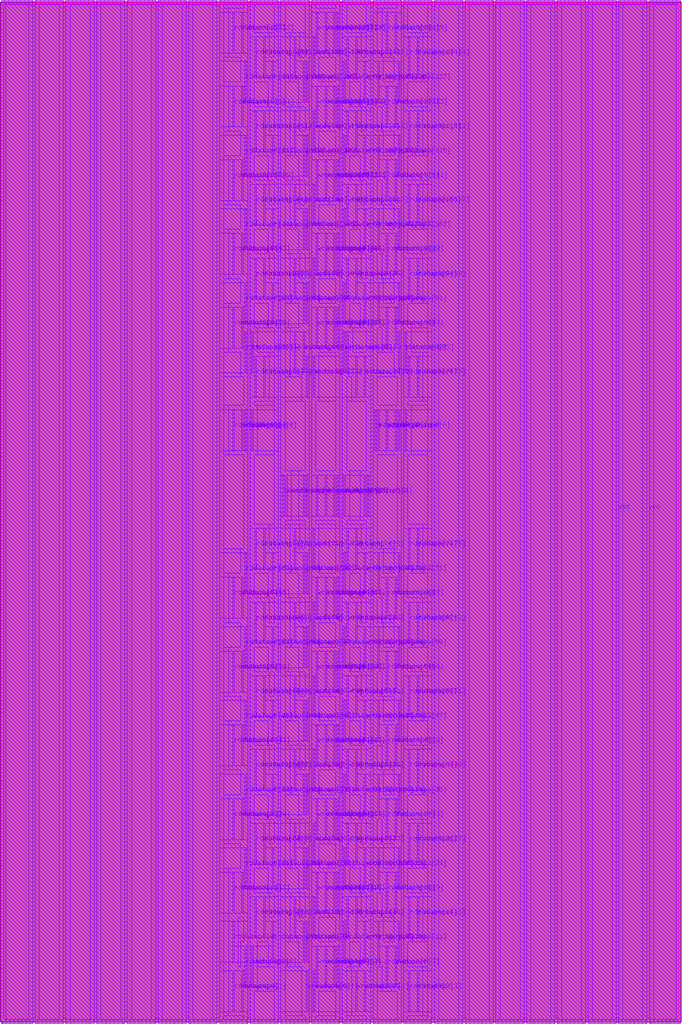
<source format=lef>
VERSION 5.8 ;
BUSBITCHARS "[]" ;
DIVIDERCHAR "/" ;

UNITS
  DATABASE MICRONS 4000 ;
END UNITS

PROPERTYDEFINITIONS
  MACRO hpml_layer STRING ;
  MACRO heml_layer STRING ;
END PROPERTYDEFINITIONS

MACRO arf132b032e1r1w0cbbehbaa4acw
  CLASS BLOCK ;
  FOREIGN arf132b032e1r1w0cbbehbaa4acw ;
  ORIGIN 0 0 ;
  SIZE 19.8 BY 29.76 ;
  PIN ckrdp0
    DIRECTION INPUT ;
    USE SIGNAL ;
    PORT
      LAYER m7 ;
        RECT 10.884 16.68 10.928 17.88 ;
    END
  END ckrdp0
  PIN ckwrp0
    DIRECTION INPUT ;
    USE SIGNAL ;
    PORT
      LAYER m7 ;
        RECT 8.184 14.76 8.228 15.96 ;
    END
  END ckwrp0
  PIN rdaddrp0[0]
    DIRECTION INPUT ;
    USE SIGNAL ;
    PORT
      LAYER m7 ;
        RECT 11.784 16.68 11.828 17.88 ;
    END
  END rdaddrp0[0]
  PIN rdaddrp0[1]
    DIRECTION INPUT ;
    USE SIGNAL ;
    PORT
      LAYER m7 ;
        RECT 6.728 16.68 6.772 17.88 ;
    END
  END rdaddrp0[1]
  PIN rdaddrp0[2]
    DIRECTION INPUT ;
    USE SIGNAL ;
    PORT
      LAYER m7 ;
        RECT 6.984 16.68 7.028 17.88 ;
    END
  END rdaddrp0[2]
  PIN rdaddrp0[3]
    DIRECTION INPUT ;
    USE SIGNAL ;
    PORT
      LAYER m7 ;
        RECT 7.072 16.68 7.116 17.88 ;
    END
  END rdaddrp0[3]
  PIN rdaddrp0[4]
    DIRECTION INPUT ;
    USE SIGNAL ;
    PORT
      LAYER m7 ;
        RECT 7.284 16.68 7.328 17.88 ;
    END
  END rdaddrp0[4]
  PIN rdaddrp0_fd
    DIRECTION INPUT ;
    USE SIGNAL ;
    PORT
      LAYER m7 ;
        RECT 10.972 16.68 11.016 17.88 ;
    END
  END rdaddrp0_fd
  PIN rdaddrp0_rd
    DIRECTION INPUT ;
    USE SIGNAL ;
    PORT
      LAYER m7 ;
        RECT 11.228 16.68 11.272 17.88 ;
    END
  END rdaddrp0_rd
  PIN rdenp0
    DIRECTION INPUT ;
    USE SIGNAL ;
    PORT
      LAYER m7 ;
        RECT 11.484 16.68 11.528 17.88 ;
    END
  END rdenp0
  PIN sdl_initp0
    DIRECTION INPUT ;
    USE SIGNAL ;
    PORT
      LAYER m7 ;
        RECT 11.572 16.68 11.616 17.88 ;
    END
  END sdl_initp0
  PIN wraddrp0[0]
    DIRECTION INPUT ;
    USE SIGNAL ;
    PORT
      LAYER m7 ;
        RECT 9.684 14.76 9.728 15.96 ;
    END
  END wraddrp0[0]
  PIN wraddrp0[1]
    DIRECTION INPUT ;
    USE SIGNAL ;
    PORT
      LAYER m7 ;
        RECT 9.772 14.76 9.816 15.96 ;
    END
  END wraddrp0[1]
  PIN wraddrp0[2]
    DIRECTION INPUT ;
    USE SIGNAL ;
    PORT
      LAYER m7 ;
        RECT 9.984 14.76 10.028 15.96 ;
    END
  END wraddrp0[2]
  PIN wraddrp0[3]
    DIRECTION INPUT ;
    USE SIGNAL ;
    PORT
      LAYER m7 ;
        RECT 10.584 14.76 10.628 15.96 ;
    END
  END wraddrp0[3]
  PIN wraddrp0[4]
    DIRECTION INPUT ;
    USE SIGNAL ;
    PORT
      LAYER m7 ;
        RECT 10.672 14.76 10.716 15.96 ;
    END
  END wraddrp0[4]
  PIN wraddrp0_fd
    DIRECTION INPUT ;
    USE SIGNAL ;
    PORT
      LAYER m7 ;
        RECT 8.272 14.76 8.316 15.96 ;
    END
  END wraddrp0_fd
  PIN wraddrp0_rd
    DIRECTION INPUT ;
    USE SIGNAL ;
    PORT
      LAYER m7 ;
        RECT 8.784 14.76 8.828 15.96 ;
    END
  END wraddrp0_rd
  PIN wrdatap0[0]
    DIRECTION INPUT ;
    USE SIGNAL ;
    PORT
      LAYER m7 ;
        RECT 8.872 0.24 8.916 1.44 ;
    END
  END wrdatap0[0]
  PIN wrdatap0[100]
    DIRECTION INPUT ;
    USE SIGNAL ;
    PORT
      LAYER m7 ;
        RECT 8.784 22.56 8.828 23.76 ;
    END
  END wrdatap0[100]
  PIN wrdatap0[101]
    DIRECTION INPUT ;
    USE SIGNAL ;
    PORT
      LAYER m7 ;
        RECT 8.872 22.56 8.916 23.76 ;
    END
  END wrdatap0[101]
  PIN wrdatap0[102]
    DIRECTION INPUT ;
    USE SIGNAL ;
    PORT
      LAYER m7 ;
        RECT 10.584 22.56 10.628 23.76 ;
    END
  END wrdatap0[102]
  PIN wrdatap0[103]
    DIRECTION INPUT ;
    USE SIGNAL ;
    PORT
      LAYER m7 ;
        RECT 9.984 22.56 10.028 23.76 ;
    END
  END wrdatap0[103]
  PIN wrdatap0[104]
    DIRECTION INPUT ;
    USE SIGNAL ;
    PORT
      LAYER m7 ;
        RECT 8.528 23.28 8.572 24.48 ;
    END
  END wrdatap0[104]
  PIN wrdatap0[105]
    DIRECTION INPUT ;
    USE SIGNAL ;
    PORT
      LAYER m7 ;
        RECT 9.084 23.28 9.128 24.48 ;
    END
  END wrdatap0[105]
  PIN wrdatap0[106]
    DIRECTION INPUT ;
    USE SIGNAL ;
    PORT
      LAYER m7 ;
        RECT 10.072 23.28 10.116 24.48 ;
    END
  END wrdatap0[106]
  PIN wrdatap0[107]
    DIRECTION INPUT ;
    USE SIGNAL ;
    PORT
      LAYER m7 ;
        RECT 10.328 23.28 10.372 24.48 ;
    END
  END wrdatap0[107]
  PIN wrdatap0[108]
    DIRECTION INPUT ;
    USE SIGNAL ;
    PORT
      LAYER m7 ;
        RECT 9.172 24 9.216 25.2 ;
    END
  END wrdatap0[108]
  PIN wrdatap0[109]
    DIRECTION INPUT ;
    USE SIGNAL ;
    PORT
      LAYER m7 ;
        RECT 9.428 24 9.472 25.2 ;
    END
  END wrdatap0[109]
  PIN wrdatap0[10]
    DIRECTION INPUT ;
    USE SIGNAL ;
    PORT
      LAYER m7 ;
        RECT 10.584 1.68 10.628 2.88 ;
    END
  END wrdatap0[10]
  PIN wrdatap0[110]
    DIRECTION INPUT ;
    USE SIGNAL ;
    PORT
      LAYER m7 ;
        RECT 9.684 24 9.728 25.2 ;
    END
  END wrdatap0[110]
  PIN wrdatap0[111]
    DIRECTION INPUT ;
    USE SIGNAL ;
    PORT
      LAYER m7 ;
        RECT 9.772 24 9.816 25.2 ;
    END
  END wrdatap0[111]
  PIN wrdatap0[112]
    DIRECTION INPUT ;
    USE SIGNAL ;
    PORT
      LAYER m7 ;
        RECT 8.784 24.72 8.828 25.92 ;
    END
  END wrdatap0[112]
  PIN wrdatap0[113]
    DIRECTION INPUT ;
    USE SIGNAL ;
    PORT
      LAYER m7 ;
        RECT 8.872 24.72 8.916 25.92 ;
    END
  END wrdatap0[113]
  PIN wrdatap0[114]
    DIRECTION INPUT ;
    USE SIGNAL ;
    PORT
      LAYER m7 ;
        RECT 10.584 24.72 10.628 25.92 ;
    END
  END wrdatap0[114]
  PIN wrdatap0[115]
    DIRECTION INPUT ;
    USE SIGNAL ;
    PORT
      LAYER m7 ;
        RECT 9.984 24.72 10.028 25.92 ;
    END
  END wrdatap0[115]
  PIN wrdatap0[116]
    DIRECTION INPUT ;
    USE SIGNAL ;
    PORT
      LAYER m7 ;
        RECT 8.528 25.44 8.572 26.64 ;
    END
  END wrdatap0[116]
  PIN wrdatap0[117]
    DIRECTION INPUT ;
    USE SIGNAL ;
    PORT
      LAYER m7 ;
        RECT 9.084 25.44 9.128 26.64 ;
    END
  END wrdatap0[117]
  PIN wrdatap0[118]
    DIRECTION INPUT ;
    USE SIGNAL ;
    PORT
      LAYER m7 ;
        RECT 10.072 25.44 10.116 26.64 ;
    END
  END wrdatap0[118]
  PIN wrdatap0[119]
    DIRECTION INPUT ;
    USE SIGNAL ;
    PORT
      LAYER m7 ;
        RECT 10.328 25.44 10.372 26.64 ;
    END
  END wrdatap0[119]
  PIN wrdatap0[11]
    DIRECTION INPUT ;
    USE SIGNAL ;
    PORT
      LAYER m7 ;
        RECT 9.984 1.68 10.028 2.88 ;
    END
  END wrdatap0[11]
  PIN wrdatap0[120]
    DIRECTION INPUT ;
    USE SIGNAL ;
    PORT
      LAYER m7 ;
        RECT 9.172 26.16 9.216 27.36 ;
    END
  END wrdatap0[120]
  PIN wrdatap0[121]
    DIRECTION INPUT ;
    USE SIGNAL ;
    PORT
      LAYER m7 ;
        RECT 9.428 26.16 9.472 27.36 ;
    END
  END wrdatap0[121]
  PIN wrdatap0[122]
    DIRECTION INPUT ;
    USE SIGNAL ;
    PORT
      LAYER m7 ;
        RECT 9.684 26.16 9.728 27.36 ;
    END
  END wrdatap0[122]
  PIN wrdatap0[123]
    DIRECTION INPUT ;
    USE SIGNAL ;
    PORT
      LAYER m7 ;
        RECT 9.772 26.16 9.816 27.36 ;
    END
  END wrdatap0[123]
  PIN wrdatap0[124]
    DIRECTION INPUT ;
    USE SIGNAL ;
    PORT
      LAYER m7 ;
        RECT 8.784 26.88 8.828 28.08 ;
    END
  END wrdatap0[124]
  PIN wrdatap0[125]
    DIRECTION INPUT ;
    USE SIGNAL ;
    PORT
      LAYER m7 ;
        RECT 8.872 26.88 8.916 28.08 ;
    END
  END wrdatap0[125]
  PIN wrdatap0[126]
    DIRECTION INPUT ;
    USE SIGNAL ;
    PORT
      LAYER m7 ;
        RECT 10.584 26.88 10.628 28.08 ;
    END
  END wrdatap0[126]
  PIN wrdatap0[127]
    DIRECTION INPUT ;
    USE SIGNAL ;
    PORT
      LAYER m7 ;
        RECT 9.984 26.88 10.028 28.08 ;
    END
  END wrdatap0[127]
  PIN wrdatap0[128]
    DIRECTION INPUT ;
    USE SIGNAL ;
    PORT
      LAYER m7 ;
        RECT 8.528 27.6 8.572 28.8 ;
    END
  END wrdatap0[128]
  PIN wrdatap0[129]
    DIRECTION INPUT ;
    USE SIGNAL ;
    PORT
      LAYER m7 ;
        RECT 9.084 27.6 9.128 28.8 ;
    END
  END wrdatap0[129]
  PIN wrdatap0[12]
    DIRECTION INPUT ;
    USE SIGNAL ;
    PORT
      LAYER m7 ;
        RECT 8.528 2.4 8.572 3.6 ;
    END
  END wrdatap0[12]
  PIN wrdatap0[130]
    DIRECTION INPUT ;
    USE SIGNAL ;
    PORT
      LAYER m7 ;
        RECT 10.072 27.6 10.116 28.8 ;
    END
  END wrdatap0[130]
  PIN wrdatap0[131]
    DIRECTION INPUT ;
    USE SIGNAL ;
    PORT
      LAYER m7 ;
        RECT 10.328 27.6 10.372 28.8 ;
    END
  END wrdatap0[131]
  PIN wrdatap0[132]
    DIRECTION INPUT ;
    USE SIGNAL ;
    PORT
      LAYER m7 ;
        RECT 9.172 28.32 9.216 29.52 ;
    END
  END wrdatap0[132]
  PIN wrdatap0[133]
    DIRECTION INPUT ;
    USE SIGNAL ;
    PORT
      LAYER m7 ;
        RECT 9.428 28.32 9.472 29.52 ;
    END
  END wrdatap0[133]
  PIN wrdatap0[134]
    DIRECTION INPUT ;
    USE SIGNAL ;
    PORT
      LAYER m7 ;
        RECT 9.684 28.32 9.728 29.52 ;
    END
  END wrdatap0[134]
  PIN wrdatap0[135]
    DIRECTION INPUT ;
    USE SIGNAL ;
    PORT
      LAYER m7 ;
        RECT 9.772 28.32 9.816 29.52 ;
    END
  END wrdatap0[135]
  PIN wrdatap0[13]
    DIRECTION INPUT ;
    USE SIGNAL ;
    PORT
      LAYER m7 ;
        RECT 9.084 2.4 9.128 3.6 ;
    END
  END wrdatap0[13]
  PIN wrdatap0[14]
    DIRECTION INPUT ;
    USE SIGNAL ;
    PORT
      LAYER m7 ;
        RECT 10.072 2.4 10.116 3.6 ;
    END
  END wrdatap0[14]
  PIN wrdatap0[15]
    DIRECTION INPUT ;
    USE SIGNAL ;
    PORT
      LAYER m7 ;
        RECT 10.328 2.4 10.372 3.6 ;
    END
  END wrdatap0[15]
  PIN wrdatap0[16]
    DIRECTION INPUT ;
    USE SIGNAL ;
    PORT
      LAYER m7 ;
        RECT 9.172 3.12 9.216 4.32 ;
    END
  END wrdatap0[16]
  PIN wrdatap0[17]
    DIRECTION INPUT ;
    USE SIGNAL ;
    PORT
      LAYER m7 ;
        RECT 9.428 3.12 9.472 4.32 ;
    END
  END wrdatap0[17]
  PIN wrdatap0[18]
    DIRECTION INPUT ;
    USE SIGNAL ;
    PORT
      LAYER m7 ;
        RECT 9.684 3.12 9.728 4.32 ;
    END
  END wrdatap0[18]
  PIN wrdatap0[19]
    DIRECTION INPUT ;
    USE SIGNAL ;
    PORT
      LAYER m7 ;
        RECT 9.772 3.12 9.816 4.32 ;
    END
  END wrdatap0[19]
  PIN wrdatap0[1]
    DIRECTION INPUT ;
    USE SIGNAL ;
    PORT
      LAYER m7 ;
        RECT 9.084 0.24 9.128 1.44 ;
    END
  END wrdatap0[1]
  PIN wrdatap0[20]
    DIRECTION INPUT ;
    USE SIGNAL ;
    PORT
      LAYER m7 ;
        RECT 8.784 3.84 8.828 5.04 ;
    END
  END wrdatap0[20]
  PIN wrdatap0[21]
    DIRECTION INPUT ;
    USE SIGNAL ;
    PORT
      LAYER m7 ;
        RECT 8.872 3.84 8.916 5.04 ;
    END
  END wrdatap0[21]
  PIN wrdatap0[22]
    DIRECTION INPUT ;
    USE SIGNAL ;
    PORT
      LAYER m7 ;
        RECT 10.584 3.84 10.628 5.04 ;
    END
  END wrdatap0[22]
  PIN wrdatap0[23]
    DIRECTION INPUT ;
    USE SIGNAL ;
    PORT
      LAYER m7 ;
        RECT 9.984 3.84 10.028 5.04 ;
    END
  END wrdatap0[23]
  PIN wrdatap0[24]
    DIRECTION INPUT ;
    USE SIGNAL ;
    PORT
      LAYER m7 ;
        RECT 8.528 4.56 8.572 5.76 ;
    END
  END wrdatap0[24]
  PIN wrdatap0[25]
    DIRECTION INPUT ;
    USE SIGNAL ;
    PORT
      LAYER m7 ;
        RECT 9.084 4.56 9.128 5.76 ;
    END
  END wrdatap0[25]
  PIN wrdatap0[26]
    DIRECTION INPUT ;
    USE SIGNAL ;
    PORT
      LAYER m7 ;
        RECT 10.072 4.56 10.116 5.76 ;
    END
  END wrdatap0[26]
  PIN wrdatap0[27]
    DIRECTION INPUT ;
    USE SIGNAL ;
    PORT
      LAYER m7 ;
        RECT 10.328 4.56 10.372 5.76 ;
    END
  END wrdatap0[27]
  PIN wrdatap0[28]
    DIRECTION INPUT ;
    USE SIGNAL ;
    PORT
      LAYER m7 ;
        RECT 9.172 5.28 9.216 6.48 ;
    END
  END wrdatap0[28]
  PIN wrdatap0[29]
    DIRECTION INPUT ;
    USE SIGNAL ;
    PORT
      LAYER m7 ;
        RECT 9.428 5.28 9.472 6.48 ;
    END
  END wrdatap0[29]
  PIN wrdatap0[2]
    DIRECTION INPUT ;
    USE SIGNAL ;
    PORT
      LAYER m7 ;
        RECT 10.328 0.24 10.372 1.44 ;
    END
  END wrdatap0[2]
  PIN wrdatap0[30]
    DIRECTION INPUT ;
    USE SIGNAL ;
    PORT
      LAYER m7 ;
        RECT 9.684 5.28 9.728 6.48 ;
    END
  END wrdatap0[30]
  PIN wrdatap0[31]
    DIRECTION INPUT ;
    USE SIGNAL ;
    PORT
      LAYER m7 ;
        RECT 9.772 5.28 9.816 6.48 ;
    END
  END wrdatap0[31]
  PIN wrdatap0[32]
    DIRECTION INPUT ;
    USE SIGNAL ;
    PORT
      LAYER m7 ;
        RECT 8.784 6 8.828 7.2 ;
    END
  END wrdatap0[32]
  PIN wrdatap0[33]
    DIRECTION INPUT ;
    USE SIGNAL ;
    PORT
      LAYER m7 ;
        RECT 8.872 6 8.916 7.2 ;
    END
  END wrdatap0[33]
  PIN wrdatap0[34]
    DIRECTION INPUT ;
    USE SIGNAL ;
    PORT
      LAYER m7 ;
        RECT 10.584 6 10.628 7.2 ;
    END
  END wrdatap0[34]
  PIN wrdatap0[35]
    DIRECTION INPUT ;
    USE SIGNAL ;
    PORT
      LAYER m7 ;
        RECT 9.984 6 10.028 7.2 ;
    END
  END wrdatap0[35]
  PIN wrdatap0[36]
    DIRECTION INPUT ;
    USE SIGNAL ;
    PORT
      LAYER m7 ;
        RECT 8.528 6.72 8.572 7.92 ;
    END
  END wrdatap0[36]
  PIN wrdatap0[37]
    DIRECTION INPUT ;
    USE SIGNAL ;
    PORT
      LAYER m7 ;
        RECT 9.084 6.72 9.128 7.92 ;
    END
  END wrdatap0[37]
  PIN wrdatap0[38]
    DIRECTION INPUT ;
    USE SIGNAL ;
    PORT
      LAYER m7 ;
        RECT 10.072 6.72 10.116 7.92 ;
    END
  END wrdatap0[38]
  PIN wrdatap0[39]
    DIRECTION INPUT ;
    USE SIGNAL ;
    PORT
      LAYER m7 ;
        RECT 10.328 6.72 10.372 7.92 ;
    END
  END wrdatap0[39]
  PIN wrdatap0[3]
    DIRECTION INPUT ;
    USE SIGNAL ;
    PORT
      LAYER m7 ;
        RECT 10.584 0.24 10.628 1.44 ;
    END
  END wrdatap0[3]
  PIN wrdatap0[40]
    DIRECTION INPUT ;
    USE SIGNAL ;
    PORT
      LAYER m7 ;
        RECT 9.172 7.44 9.216 8.64 ;
    END
  END wrdatap0[40]
  PIN wrdatap0[41]
    DIRECTION INPUT ;
    USE SIGNAL ;
    PORT
      LAYER m7 ;
        RECT 9.428 7.44 9.472 8.64 ;
    END
  END wrdatap0[41]
  PIN wrdatap0[42]
    DIRECTION INPUT ;
    USE SIGNAL ;
    PORT
      LAYER m7 ;
        RECT 9.684 7.44 9.728 8.64 ;
    END
  END wrdatap0[42]
  PIN wrdatap0[43]
    DIRECTION INPUT ;
    USE SIGNAL ;
    PORT
      LAYER m7 ;
        RECT 9.772 7.44 9.816 8.64 ;
    END
  END wrdatap0[43]
  PIN wrdatap0[44]
    DIRECTION INPUT ;
    USE SIGNAL ;
    PORT
      LAYER m7 ;
        RECT 8.784 8.16 8.828 9.36 ;
    END
  END wrdatap0[44]
  PIN wrdatap0[45]
    DIRECTION INPUT ;
    USE SIGNAL ;
    PORT
      LAYER m7 ;
        RECT 8.872 8.16 8.916 9.36 ;
    END
  END wrdatap0[45]
  PIN wrdatap0[46]
    DIRECTION INPUT ;
    USE SIGNAL ;
    PORT
      LAYER m7 ;
        RECT 10.584 8.16 10.628 9.36 ;
    END
  END wrdatap0[46]
  PIN wrdatap0[47]
    DIRECTION INPUT ;
    USE SIGNAL ;
    PORT
      LAYER m7 ;
        RECT 9.984 8.16 10.028 9.36 ;
    END
  END wrdatap0[47]
  PIN wrdatap0[48]
    DIRECTION INPUT ;
    USE SIGNAL ;
    PORT
      LAYER m7 ;
        RECT 8.528 8.88 8.572 10.08 ;
    END
  END wrdatap0[48]
  PIN wrdatap0[49]
    DIRECTION INPUT ;
    USE SIGNAL ;
    PORT
      LAYER m7 ;
        RECT 9.084 8.88 9.128 10.08 ;
    END
  END wrdatap0[49]
  PIN wrdatap0[4]
    DIRECTION INPUT ;
    USE SIGNAL ;
    PORT
      LAYER m7 ;
        RECT 9.172 0.96 9.216 2.16 ;
    END
  END wrdatap0[4]
  PIN wrdatap0[50]
    DIRECTION INPUT ;
    USE SIGNAL ;
    PORT
      LAYER m7 ;
        RECT 10.072 8.88 10.116 10.08 ;
    END
  END wrdatap0[50]
  PIN wrdatap0[51]
    DIRECTION INPUT ;
    USE SIGNAL ;
    PORT
      LAYER m7 ;
        RECT 10.328 8.88 10.372 10.08 ;
    END
  END wrdatap0[51]
  PIN wrdatap0[52]
    DIRECTION INPUT ;
    USE SIGNAL ;
    PORT
      LAYER m7 ;
        RECT 9.172 9.6 9.216 10.8 ;
    END
  END wrdatap0[52]
  PIN wrdatap0[53]
    DIRECTION INPUT ;
    USE SIGNAL ;
    PORT
      LAYER m7 ;
        RECT 9.428 9.6 9.472 10.8 ;
    END
  END wrdatap0[53]
  PIN wrdatap0[54]
    DIRECTION INPUT ;
    USE SIGNAL ;
    PORT
      LAYER m7 ;
        RECT 9.684 9.6 9.728 10.8 ;
    END
  END wrdatap0[54]
  PIN wrdatap0[55]
    DIRECTION INPUT ;
    USE SIGNAL ;
    PORT
      LAYER m7 ;
        RECT 9.772 9.6 9.816 10.8 ;
    END
  END wrdatap0[55]
  PIN wrdatap0[56]
    DIRECTION INPUT ;
    USE SIGNAL ;
    PORT
      LAYER m7 ;
        RECT 8.784 10.32 8.828 11.52 ;
    END
  END wrdatap0[56]
  PIN wrdatap0[57]
    DIRECTION INPUT ;
    USE SIGNAL ;
    PORT
      LAYER m7 ;
        RECT 8.872 10.32 8.916 11.52 ;
    END
  END wrdatap0[57]
  PIN wrdatap0[58]
    DIRECTION INPUT ;
    USE SIGNAL ;
    PORT
      LAYER m7 ;
        RECT 10.584 10.32 10.628 11.52 ;
    END
  END wrdatap0[58]
  PIN wrdatap0[59]
    DIRECTION INPUT ;
    USE SIGNAL ;
    PORT
      LAYER m7 ;
        RECT 9.984 10.32 10.028 11.52 ;
    END
  END wrdatap0[59]
  PIN wrdatap0[5]
    DIRECTION INPUT ;
    USE SIGNAL ;
    PORT
      LAYER m7 ;
        RECT 9.428 0.96 9.472 2.16 ;
    END
  END wrdatap0[5]
  PIN wrdatap0[60]
    DIRECTION INPUT ;
    USE SIGNAL ;
    PORT
      LAYER m7 ;
        RECT 8.528 11.04 8.572 12.24 ;
    END
  END wrdatap0[60]
  PIN wrdatap0[61]
    DIRECTION INPUT ;
    USE SIGNAL ;
    PORT
      LAYER m7 ;
        RECT 9.084 11.04 9.128 12.24 ;
    END
  END wrdatap0[61]
  PIN wrdatap0[62]
    DIRECTION INPUT ;
    USE SIGNAL ;
    PORT
      LAYER m7 ;
        RECT 10.072 11.04 10.116 12.24 ;
    END
  END wrdatap0[62]
  PIN wrdatap0[63]
    DIRECTION INPUT ;
    USE SIGNAL ;
    PORT
      LAYER m7 ;
        RECT 10.328 11.04 10.372 12.24 ;
    END
  END wrdatap0[63]
  PIN wrdatap0[64]
    DIRECTION INPUT ;
    USE SIGNAL ;
    PORT
      LAYER m7 ;
        RECT 9.172 11.76 9.216 12.96 ;
    END
  END wrdatap0[64]
  PIN wrdatap0[65]
    DIRECTION INPUT ;
    USE SIGNAL ;
    PORT
      LAYER m7 ;
        RECT 9.428 11.76 9.472 12.96 ;
    END
  END wrdatap0[65]
  PIN wrdatap0[66]
    DIRECTION INPUT ;
    USE SIGNAL ;
    PORT
      LAYER m7 ;
        RECT 9.684 11.76 9.728 12.96 ;
    END
  END wrdatap0[66]
  PIN wrdatap0[67]
    DIRECTION INPUT ;
    USE SIGNAL ;
    PORT
      LAYER m7 ;
        RECT 9.772 11.76 9.816 12.96 ;
    END
  END wrdatap0[67]
  PIN wrdatap0[68]
    DIRECTION INPUT ;
    USE SIGNAL ;
    PORT
      LAYER m7 ;
        RECT 8.784 12.48 8.828 13.68 ;
    END
  END wrdatap0[68]
  PIN wrdatap0[69]
    DIRECTION INPUT ;
    USE SIGNAL ;
    PORT
      LAYER m7 ;
        RECT 8.872 12.48 8.916 13.68 ;
    END
  END wrdatap0[69]
  PIN wrdatap0[6]
    DIRECTION INPUT ;
    USE SIGNAL ;
    PORT
      LAYER m7 ;
        RECT 9.684 0.96 9.728 2.16 ;
    END
  END wrdatap0[6]
  PIN wrdatap0[70]
    DIRECTION INPUT ;
    USE SIGNAL ;
    PORT
      LAYER m7 ;
        RECT 10.584 12.48 10.628 13.68 ;
    END
  END wrdatap0[70]
  PIN wrdatap0[71]
    DIRECTION INPUT ;
    USE SIGNAL ;
    PORT
      LAYER m7 ;
        RECT 9.984 12.48 10.028 13.68 ;
    END
  END wrdatap0[71]
  PIN wrdatap0[72]
    DIRECTION INPUT ;
    USE SIGNAL ;
    PORT
      LAYER m7 ;
        RECT 8.528 13.2 8.572 14.4 ;
    END
  END wrdatap0[72]
  PIN wrdatap0[73]
    DIRECTION INPUT ;
    USE SIGNAL ;
    PORT
      LAYER m7 ;
        RECT 9.084 13.2 9.128 14.4 ;
    END
  END wrdatap0[73]
  PIN wrdatap0[74]
    DIRECTION INPUT ;
    USE SIGNAL ;
    PORT
      LAYER m7 ;
        RECT 10.072 13.2 10.116 14.4 ;
    END
  END wrdatap0[74]
  PIN wrdatap0[75]
    DIRECTION INPUT ;
    USE SIGNAL ;
    PORT
      LAYER m7 ;
        RECT 10.328 13.2 10.372 14.4 ;
    END
  END wrdatap0[75]
  PIN wrdatap0[76]
    DIRECTION INPUT ;
    USE SIGNAL ;
    PORT
      LAYER m7 ;
        RECT 8.872 18.24 8.916 19.44 ;
    END
  END wrdatap0[76]
  PIN wrdatap0[77]
    DIRECTION INPUT ;
    USE SIGNAL ;
    PORT
      LAYER m7 ;
        RECT 9.084 18.24 9.128 19.44 ;
    END
  END wrdatap0[77]
  PIN wrdatap0[78]
    DIRECTION INPUT ;
    USE SIGNAL ;
    PORT
      LAYER m7 ;
        RECT 10.328 18.24 10.372 19.44 ;
    END
  END wrdatap0[78]
  PIN wrdatap0[79]
    DIRECTION INPUT ;
    USE SIGNAL ;
    PORT
      LAYER m7 ;
        RECT 10.584 18.24 10.628 19.44 ;
    END
  END wrdatap0[79]
  PIN wrdatap0[7]
    DIRECTION INPUT ;
    USE SIGNAL ;
    PORT
      LAYER m7 ;
        RECT 9.772 0.96 9.816 2.16 ;
    END
  END wrdatap0[7]
  PIN wrdatap0[80]
    DIRECTION INPUT ;
    USE SIGNAL ;
    PORT
      LAYER m7 ;
        RECT 8.528 18.96 8.572 20.16 ;
    END
  END wrdatap0[80]
  PIN wrdatap0[81]
    DIRECTION INPUT ;
    USE SIGNAL ;
    PORT
      LAYER m7 ;
        RECT 8.784 18.96 8.828 20.16 ;
    END
  END wrdatap0[81]
  PIN wrdatap0[82]
    DIRECTION INPUT ;
    USE SIGNAL ;
    PORT
      LAYER m7 ;
        RECT 9.984 18.96 10.028 20.16 ;
    END
  END wrdatap0[82]
  PIN wrdatap0[83]
    DIRECTION INPUT ;
    USE SIGNAL ;
    PORT
      LAYER m7 ;
        RECT 10.072 18.96 10.116 20.16 ;
    END
  END wrdatap0[83]
  PIN wrdatap0[84]
    DIRECTION INPUT ;
    USE SIGNAL ;
    PORT
      LAYER m7 ;
        RECT 9.172 19.68 9.216 20.88 ;
    END
  END wrdatap0[84]
  PIN wrdatap0[85]
    DIRECTION INPUT ;
    USE SIGNAL ;
    PORT
      LAYER m7 ;
        RECT 9.428 19.68 9.472 20.88 ;
    END
  END wrdatap0[85]
  PIN wrdatap0[86]
    DIRECTION INPUT ;
    USE SIGNAL ;
    PORT
      LAYER m7 ;
        RECT 9.684 19.68 9.728 20.88 ;
    END
  END wrdatap0[86]
  PIN wrdatap0[87]
    DIRECTION INPUT ;
    USE SIGNAL ;
    PORT
      LAYER m7 ;
        RECT 9.772 19.68 9.816 20.88 ;
    END
  END wrdatap0[87]
  PIN wrdatap0[88]
    DIRECTION INPUT ;
    USE SIGNAL ;
    PORT
      LAYER m7 ;
        RECT 8.784 20.4 8.828 21.6 ;
    END
  END wrdatap0[88]
  PIN wrdatap0[89]
    DIRECTION INPUT ;
    USE SIGNAL ;
    PORT
      LAYER m7 ;
        RECT 8.872 20.4 8.916 21.6 ;
    END
  END wrdatap0[89]
  PIN wrdatap0[8]
    DIRECTION INPUT ;
    USE SIGNAL ;
    PORT
      LAYER m7 ;
        RECT 8.784 1.68 8.828 2.88 ;
    END
  END wrdatap0[8]
  PIN wrdatap0[90]
    DIRECTION INPUT ;
    USE SIGNAL ;
    PORT
      LAYER m7 ;
        RECT 10.584 20.4 10.628 21.6 ;
    END
  END wrdatap0[90]
  PIN wrdatap0[91]
    DIRECTION INPUT ;
    USE SIGNAL ;
    PORT
      LAYER m7 ;
        RECT 9.984 20.4 10.028 21.6 ;
    END
  END wrdatap0[91]
  PIN wrdatap0[92]
    DIRECTION INPUT ;
    USE SIGNAL ;
    PORT
      LAYER m7 ;
        RECT 8.528 21.12 8.572 22.32 ;
    END
  END wrdatap0[92]
  PIN wrdatap0[93]
    DIRECTION INPUT ;
    USE SIGNAL ;
    PORT
      LAYER m7 ;
        RECT 9.084 21.12 9.128 22.32 ;
    END
  END wrdatap0[93]
  PIN wrdatap0[94]
    DIRECTION INPUT ;
    USE SIGNAL ;
    PORT
      LAYER m7 ;
        RECT 10.072 21.12 10.116 22.32 ;
    END
  END wrdatap0[94]
  PIN wrdatap0[95]
    DIRECTION INPUT ;
    USE SIGNAL ;
    PORT
      LAYER m7 ;
        RECT 10.328 21.12 10.372 22.32 ;
    END
  END wrdatap0[95]
  PIN wrdatap0[96]
    DIRECTION INPUT ;
    USE SIGNAL ;
    PORT
      LAYER m7 ;
        RECT 9.172 21.84 9.216 23.04 ;
    END
  END wrdatap0[96]
  PIN wrdatap0[97]
    DIRECTION INPUT ;
    USE SIGNAL ;
    PORT
      LAYER m7 ;
        RECT 9.428 21.84 9.472 23.04 ;
    END
  END wrdatap0[97]
  PIN wrdatap0[98]
    DIRECTION INPUT ;
    USE SIGNAL ;
    PORT
      LAYER m7 ;
        RECT 9.684 21.84 9.728 23.04 ;
    END
  END wrdatap0[98]
  PIN wrdatap0[99]
    DIRECTION INPUT ;
    USE SIGNAL ;
    PORT
      LAYER m7 ;
        RECT 9.772 21.84 9.816 23.04 ;
    END
  END wrdatap0[99]
  PIN wrdatap0[9]
    DIRECTION INPUT ;
    USE SIGNAL ;
    PORT
      LAYER m7 ;
        RECT 8.872 1.68 8.916 2.88 ;
    END
  END wrdatap0[9]
  PIN wrdatap0_fd
    DIRECTION INPUT ;
    USE SIGNAL ;
    PORT
      LAYER m7 ;
        RECT 9.172 14.76 9.216 15.96 ;
    END
  END wrdatap0_fd
  PIN wrdatap0_rd
    DIRECTION INPUT ;
    USE SIGNAL ;
    PORT
      LAYER m7 ;
        RECT 9.428 14.76 9.472 15.96 ;
    END
  END wrdatap0_rd
  PIN wrenp0
    DIRECTION INPUT ;
    USE SIGNAL ;
    PORT
      LAYER m7 ;
        RECT 8.872 14.76 8.916 15.96 ;
    END
  END wrenp0
  PIN rddatap0[0]
    DIRECTION OUTPUT ;
    USE SIGNAL ;
    PORT
      LAYER m7 ;
        RECT 6.728 0.24 6.772 1.44 ;
    END
  END rddatap0[0]
  PIN rddatap0[100]
    DIRECTION OUTPUT ;
    USE SIGNAL ;
    PORT
      LAYER m7 ;
        RECT 7.884 22.56 7.928 23.76 ;
    END
  END rddatap0[100]
  PIN rddatap0[101]
    DIRECTION OUTPUT ;
    USE SIGNAL ;
    PORT
      LAYER m7 ;
        RECT 7.072 22.56 7.116 23.76 ;
    END
  END rddatap0[101]
  PIN rddatap0[102]
    DIRECTION OUTPUT ;
    USE SIGNAL ;
    PORT
      LAYER m7 ;
        RECT 10.972 22.56 11.016 23.76 ;
    END
  END rddatap0[102]
  PIN rddatap0[103]
    DIRECTION OUTPUT ;
    USE SIGNAL ;
    PORT
      LAYER m7 ;
        RECT 11.572 22.56 11.616 23.76 ;
    END
  END rddatap0[103]
  PIN rddatap0[104]
    DIRECTION OUTPUT ;
    USE SIGNAL ;
    PORT
      LAYER m7 ;
        RECT 7.372 23.28 7.416 24.48 ;
    END
  END rddatap0[104]
  PIN rddatap0[105]
    DIRECTION OUTPUT ;
    USE SIGNAL ;
    PORT
      LAYER m7 ;
        RECT 7.628 23.28 7.672 24.48 ;
    END
  END rddatap0[105]
  PIN rddatap0[106]
    DIRECTION OUTPUT ;
    USE SIGNAL ;
    PORT
      LAYER m7 ;
        RECT 11.872 23.28 11.916 24.48 ;
    END
  END rddatap0[106]
  PIN rddatap0[107]
    DIRECTION OUTPUT ;
    USE SIGNAL ;
    PORT
      LAYER m7 ;
        RECT 12.128 23.28 12.172 24.48 ;
    END
  END rddatap0[107]
  PIN rddatap0[108]
    DIRECTION OUTPUT ;
    USE SIGNAL ;
    PORT
      LAYER m7 ;
        RECT 6.728 24 6.772 25.2 ;
    END
  END rddatap0[108]
  PIN rddatap0[109]
    DIRECTION OUTPUT ;
    USE SIGNAL ;
    PORT
      LAYER m7 ;
        RECT 6.984 24 7.028 25.2 ;
    END
  END rddatap0[109]
  PIN rddatap0[10]
    DIRECTION OUTPUT ;
    USE SIGNAL ;
    PORT
      LAYER m7 ;
        RECT 10.972 1.68 11.016 2.88 ;
    END
  END rddatap0[10]
  PIN rddatap0[110]
    DIRECTION OUTPUT ;
    USE SIGNAL ;
    PORT
      LAYER m7 ;
        RECT 11.228 24 11.272 25.2 ;
    END
  END rddatap0[110]
  PIN rddatap0[111]
    DIRECTION OUTPUT ;
    USE SIGNAL ;
    PORT
      LAYER m7 ;
        RECT 11.484 24 11.528 25.2 ;
    END
  END rddatap0[111]
  PIN rddatap0[112]
    DIRECTION OUTPUT ;
    USE SIGNAL ;
    PORT
      LAYER m7 ;
        RECT 7.884 24.72 7.928 25.92 ;
    END
  END rddatap0[112]
  PIN rddatap0[113]
    DIRECTION OUTPUT ;
    USE SIGNAL ;
    PORT
      LAYER m7 ;
        RECT 7.072 24.72 7.116 25.92 ;
    END
  END rddatap0[113]
  PIN rddatap0[114]
    DIRECTION OUTPUT ;
    USE SIGNAL ;
    PORT
      LAYER m7 ;
        RECT 10.972 24.72 11.016 25.92 ;
    END
  END rddatap0[114]
  PIN rddatap0[115]
    DIRECTION OUTPUT ;
    USE SIGNAL ;
    PORT
      LAYER m7 ;
        RECT 11.572 24.72 11.616 25.92 ;
    END
  END rddatap0[115]
  PIN rddatap0[116]
    DIRECTION OUTPUT ;
    USE SIGNAL ;
    PORT
      LAYER m7 ;
        RECT 7.372 25.44 7.416 26.64 ;
    END
  END rddatap0[116]
  PIN rddatap0[117]
    DIRECTION OUTPUT ;
    USE SIGNAL ;
    PORT
      LAYER m7 ;
        RECT 7.628 25.44 7.672 26.64 ;
    END
  END rddatap0[117]
  PIN rddatap0[118]
    DIRECTION OUTPUT ;
    USE SIGNAL ;
    PORT
      LAYER m7 ;
        RECT 11.872 25.44 11.916 26.64 ;
    END
  END rddatap0[118]
  PIN rddatap0[119]
    DIRECTION OUTPUT ;
    USE SIGNAL ;
    PORT
      LAYER m7 ;
        RECT 12.128 25.44 12.172 26.64 ;
    END
  END rddatap0[119]
  PIN rddatap0[11]
    DIRECTION OUTPUT ;
    USE SIGNAL ;
    PORT
      LAYER m7 ;
        RECT 11.572 1.68 11.616 2.88 ;
    END
  END rddatap0[11]
  PIN rddatap0[120]
    DIRECTION OUTPUT ;
    USE SIGNAL ;
    PORT
      LAYER m7 ;
        RECT 6.728 26.16 6.772 27.36 ;
    END
  END rddatap0[120]
  PIN rddatap0[121]
    DIRECTION OUTPUT ;
    USE SIGNAL ;
    PORT
      LAYER m7 ;
        RECT 6.984 26.16 7.028 27.36 ;
    END
  END rddatap0[121]
  PIN rddatap0[122]
    DIRECTION OUTPUT ;
    USE SIGNAL ;
    PORT
      LAYER m7 ;
        RECT 11.228 26.16 11.272 27.36 ;
    END
  END rddatap0[122]
  PIN rddatap0[123]
    DIRECTION OUTPUT ;
    USE SIGNAL ;
    PORT
      LAYER m7 ;
        RECT 11.484 26.16 11.528 27.36 ;
    END
  END rddatap0[123]
  PIN rddatap0[124]
    DIRECTION OUTPUT ;
    USE SIGNAL ;
    PORT
      LAYER m7 ;
        RECT 7.884 26.88 7.928 28.08 ;
    END
  END rddatap0[124]
  PIN rddatap0[125]
    DIRECTION OUTPUT ;
    USE SIGNAL ;
    PORT
      LAYER m7 ;
        RECT 7.072 26.88 7.116 28.08 ;
    END
  END rddatap0[125]
  PIN rddatap0[126]
    DIRECTION OUTPUT ;
    USE SIGNAL ;
    PORT
      LAYER m7 ;
        RECT 10.972 26.88 11.016 28.08 ;
    END
  END rddatap0[126]
  PIN rddatap0[127]
    DIRECTION OUTPUT ;
    USE SIGNAL ;
    PORT
      LAYER m7 ;
        RECT 11.572 26.88 11.616 28.08 ;
    END
  END rddatap0[127]
  PIN rddatap0[128]
    DIRECTION OUTPUT ;
    USE SIGNAL ;
    PORT
      LAYER m7 ;
        RECT 7.372 27.6 7.416 28.8 ;
    END
  END rddatap0[128]
  PIN rddatap0[129]
    DIRECTION OUTPUT ;
    USE SIGNAL ;
    PORT
      LAYER m7 ;
        RECT 7.628 27.6 7.672 28.8 ;
    END
  END rddatap0[129]
  PIN rddatap0[12]
    DIRECTION OUTPUT ;
    USE SIGNAL ;
    PORT
      LAYER m7 ;
        RECT 7.372 2.4 7.416 3.6 ;
    END
  END rddatap0[12]
  PIN rddatap0[130]
    DIRECTION OUTPUT ;
    USE SIGNAL ;
    PORT
      LAYER m7 ;
        RECT 11.872 27.6 11.916 28.8 ;
    END
  END rddatap0[130]
  PIN rddatap0[131]
    DIRECTION OUTPUT ;
    USE SIGNAL ;
    PORT
      LAYER m7 ;
        RECT 12.128 27.6 12.172 28.8 ;
    END
  END rddatap0[131]
  PIN rddatap0[132]
    DIRECTION OUTPUT ;
    USE SIGNAL ;
    PORT
      LAYER m7 ;
        RECT 6.728 28.32 6.772 29.52 ;
    END
  END rddatap0[132]
  PIN rddatap0[133]
    DIRECTION OUTPUT ;
    USE SIGNAL ;
    PORT
      LAYER m7 ;
        RECT 6.984 28.32 7.028 29.52 ;
    END
  END rddatap0[133]
  PIN rddatap0[134]
    DIRECTION OUTPUT ;
    USE SIGNAL ;
    PORT
      LAYER m7 ;
        RECT 11.228 28.32 11.272 29.52 ;
    END
  END rddatap0[134]
  PIN rddatap0[135]
    DIRECTION OUTPUT ;
    USE SIGNAL ;
    PORT
      LAYER m7 ;
        RECT 11.484 28.32 11.528 29.52 ;
    END
  END rddatap0[135]
  PIN rddatap0[13]
    DIRECTION OUTPUT ;
    USE SIGNAL ;
    PORT
      LAYER m7 ;
        RECT 7.628 2.4 7.672 3.6 ;
    END
  END rddatap0[13]
  PIN rddatap0[14]
    DIRECTION OUTPUT ;
    USE SIGNAL ;
    PORT
      LAYER m7 ;
        RECT 11.872 2.4 11.916 3.6 ;
    END
  END rddatap0[14]
  PIN rddatap0[15]
    DIRECTION OUTPUT ;
    USE SIGNAL ;
    PORT
      LAYER m7 ;
        RECT 12.128 2.4 12.172 3.6 ;
    END
  END rddatap0[15]
  PIN rddatap0[16]
    DIRECTION OUTPUT ;
    USE SIGNAL ;
    PORT
      LAYER m7 ;
        RECT 6.728 3.12 6.772 4.32 ;
    END
  END rddatap0[16]
  PIN rddatap0[17]
    DIRECTION OUTPUT ;
    USE SIGNAL ;
    PORT
      LAYER m7 ;
        RECT 6.984 3.12 7.028 4.32 ;
    END
  END rddatap0[17]
  PIN rddatap0[18]
    DIRECTION OUTPUT ;
    USE SIGNAL ;
    PORT
      LAYER m7 ;
        RECT 11.228 3.12 11.272 4.32 ;
    END
  END rddatap0[18]
  PIN rddatap0[19]
    DIRECTION OUTPUT ;
    USE SIGNAL ;
    PORT
      LAYER m7 ;
        RECT 11.484 3.12 11.528 4.32 ;
    END
  END rddatap0[19]
  PIN rddatap0[1]
    DIRECTION OUTPUT ;
    USE SIGNAL ;
    PORT
      LAYER m7 ;
        RECT 6.984 0.24 7.028 1.44 ;
    END
  END rddatap0[1]
  PIN rddatap0[20]
    DIRECTION OUTPUT ;
    USE SIGNAL ;
    PORT
      LAYER m7 ;
        RECT 7.884 3.84 7.928 5.04 ;
    END
  END rddatap0[20]
  PIN rddatap0[21]
    DIRECTION OUTPUT ;
    USE SIGNAL ;
    PORT
      LAYER m7 ;
        RECT 7.072 3.84 7.116 5.04 ;
    END
  END rddatap0[21]
  PIN rddatap0[22]
    DIRECTION OUTPUT ;
    USE SIGNAL ;
    PORT
      LAYER m7 ;
        RECT 10.972 3.84 11.016 5.04 ;
    END
  END rddatap0[22]
  PIN rddatap0[23]
    DIRECTION OUTPUT ;
    USE SIGNAL ;
    PORT
      LAYER m7 ;
        RECT 11.572 3.84 11.616 5.04 ;
    END
  END rddatap0[23]
  PIN rddatap0[24]
    DIRECTION OUTPUT ;
    USE SIGNAL ;
    PORT
      LAYER m7 ;
        RECT 7.372 4.56 7.416 5.76 ;
    END
  END rddatap0[24]
  PIN rddatap0[25]
    DIRECTION OUTPUT ;
    USE SIGNAL ;
    PORT
      LAYER m7 ;
        RECT 7.628 4.56 7.672 5.76 ;
    END
  END rddatap0[25]
  PIN rddatap0[26]
    DIRECTION OUTPUT ;
    USE SIGNAL ;
    PORT
      LAYER m7 ;
        RECT 11.872 4.56 11.916 5.76 ;
    END
  END rddatap0[26]
  PIN rddatap0[27]
    DIRECTION OUTPUT ;
    USE SIGNAL ;
    PORT
      LAYER m7 ;
        RECT 12.128 4.56 12.172 5.76 ;
    END
  END rddatap0[27]
  PIN rddatap0[28]
    DIRECTION OUTPUT ;
    USE SIGNAL ;
    PORT
      LAYER m7 ;
        RECT 6.728 5.28 6.772 6.48 ;
    END
  END rddatap0[28]
  PIN rddatap0[29]
    DIRECTION OUTPUT ;
    USE SIGNAL ;
    PORT
      LAYER m7 ;
        RECT 6.984 5.28 7.028 6.48 ;
    END
  END rddatap0[29]
  PIN rddatap0[2]
    DIRECTION OUTPUT ;
    USE SIGNAL ;
    PORT
      LAYER m7 ;
        RECT 11.872 0.24 11.916 1.44 ;
    END
  END rddatap0[2]
  PIN rddatap0[30]
    DIRECTION OUTPUT ;
    USE SIGNAL ;
    PORT
      LAYER m7 ;
        RECT 11.228 5.28 11.272 6.48 ;
    END
  END rddatap0[30]
  PIN rddatap0[31]
    DIRECTION OUTPUT ;
    USE SIGNAL ;
    PORT
      LAYER m7 ;
        RECT 11.484 5.28 11.528 6.48 ;
    END
  END rddatap0[31]
  PIN rddatap0[32]
    DIRECTION OUTPUT ;
    USE SIGNAL ;
    PORT
      LAYER m7 ;
        RECT 7.884 6 7.928 7.2 ;
    END
  END rddatap0[32]
  PIN rddatap0[33]
    DIRECTION OUTPUT ;
    USE SIGNAL ;
    PORT
      LAYER m7 ;
        RECT 7.072 6 7.116 7.2 ;
    END
  END rddatap0[33]
  PIN rddatap0[34]
    DIRECTION OUTPUT ;
    USE SIGNAL ;
    PORT
      LAYER m7 ;
        RECT 10.972 6 11.016 7.2 ;
    END
  END rddatap0[34]
  PIN rddatap0[35]
    DIRECTION OUTPUT ;
    USE SIGNAL ;
    PORT
      LAYER m7 ;
        RECT 11.572 6 11.616 7.2 ;
    END
  END rddatap0[35]
  PIN rddatap0[36]
    DIRECTION OUTPUT ;
    USE SIGNAL ;
    PORT
      LAYER m7 ;
        RECT 7.372 6.72 7.416 7.92 ;
    END
  END rddatap0[36]
  PIN rddatap0[37]
    DIRECTION OUTPUT ;
    USE SIGNAL ;
    PORT
      LAYER m7 ;
        RECT 7.628 6.72 7.672 7.92 ;
    END
  END rddatap0[37]
  PIN rddatap0[38]
    DIRECTION OUTPUT ;
    USE SIGNAL ;
    PORT
      LAYER m7 ;
        RECT 11.872 6.72 11.916 7.92 ;
    END
  END rddatap0[38]
  PIN rddatap0[39]
    DIRECTION OUTPUT ;
    USE SIGNAL ;
    PORT
      LAYER m7 ;
        RECT 12.128 6.72 12.172 7.92 ;
    END
  END rddatap0[39]
  PIN rddatap0[3]
    DIRECTION OUTPUT ;
    USE SIGNAL ;
    PORT
      LAYER m7 ;
        RECT 12.128 0.24 12.172 1.44 ;
    END
  END rddatap0[3]
  PIN rddatap0[40]
    DIRECTION OUTPUT ;
    USE SIGNAL ;
    PORT
      LAYER m7 ;
        RECT 6.728 7.44 6.772 8.64 ;
    END
  END rddatap0[40]
  PIN rddatap0[41]
    DIRECTION OUTPUT ;
    USE SIGNAL ;
    PORT
      LAYER m7 ;
        RECT 6.984 7.44 7.028 8.64 ;
    END
  END rddatap0[41]
  PIN rddatap0[42]
    DIRECTION OUTPUT ;
    USE SIGNAL ;
    PORT
      LAYER m7 ;
        RECT 11.228 7.44 11.272 8.64 ;
    END
  END rddatap0[42]
  PIN rddatap0[43]
    DIRECTION OUTPUT ;
    USE SIGNAL ;
    PORT
      LAYER m7 ;
        RECT 11.484 7.44 11.528 8.64 ;
    END
  END rddatap0[43]
  PIN rddatap0[44]
    DIRECTION OUTPUT ;
    USE SIGNAL ;
    PORT
      LAYER m7 ;
        RECT 7.884 8.16 7.928 9.36 ;
    END
  END rddatap0[44]
  PIN rddatap0[45]
    DIRECTION OUTPUT ;
    USE SIGNAL ;
    PORT
      LAYER m7 ;
        RECT 7.072 8.16 7.116 9.36 ;
    END
  END rddatap0[45]
  PIN rddatap0[46]
    DIRECTION OUTPUT ;
    USE SIGNAL ;
    PORT
      LAYER m7 ;
        RECT 10.972 8.16 11.016 9.36 ;
    END
  END rddatap0[46]
  PIN rddatap0[47]
    DIRECTION OUTPUT ;
    USE SIGNAL ;
    PORT
      LAYER m7 ;
        RECT 11.572 8.16 11.616 9.36 ;
    END
  END rddatap0[47]
  PIN rddatap0[48]
    DIRECTION OUTPUT ;
    USE SIGNAL ;
    PORT
      LAYER m7 ;
        RECT 7.372 8.88 7.416 10.08 ;
    END
  END rddatap0[48]
  PIN rddatap0[49]
    DIRECTION OUTPUT ;
    USE SIGNAL ;
    PORT
      LAYER m7 ;
        RECT 7.628 8.88 7.672 10.08 ;
    END
  END rddatap0[49]
  PIN rddatap0[4]
    DIRECTION OUTPUT ;
    USE SIGNAL ;
    PORT
      LAYER m7 ;
        RECT 7.072 0.96 7.116 2.16 ;
    END
  END rddatap0[4]
  PIN rddatap0[50]
    DIRECTION OUTPUT ;
    USE SIGNAL ;
    PORT
      LAYER m7 ;
        RECT 11.872 8.88 11.916 10.08 ;
    END
  END rddatap0[50]
  PIN rddatap0[51]
    DIRECTION OUTPUT ;
    USE SIGNAL ;
    PORT
      LAYER m7 ;
        RECT 12.128 8.88 12.172 10.08 ;
    END
  END rddatap0[51]
  PIN rddatap0[52]
    DIRECTION OUTPUT ;
    USE SIGNAL ;
    PORT
      LAYER m7 ;
        RECT 6.728 9.6 6.772 10.8 ;
    END
  END rddatap0[52]
  PIN rddatap0[53]
    DIRECTION OUTPUT ;
    USE SIGNAL ;
    PORT
      LAYER m7 ;
        RECT 6.984 9.6 7.028 10.8 ;
    END
  END rddatap0[53]
  PIN rddatap0[54]
    DIRECTION OUTPUT ;
    USE SIGNAL ;
    PORT
      LAYER m7 ;
        RECT 11.228 9.6 11.272 10.8 ;
    END
  END rddatap0[54]
  PIN rddatap0[55]
    DIRECTION OUTPUT ;
    USE SIGNAL ;
    PORT
      LAYER m7 ;
        RECT 11.484 9.6 11.528 10.8 ;
    END
  END rddatap0[55]
  PIN rddatap0[56]
    DIRECTION OUTPUT ;
    USE SIGNAL ;
    PORT
      LAYER m7 ;
        RECT 7.884 10.32 7.928 11.52 ;
    END
  END rddatap0[56]
  PIN rddatap0[57]
    DIRECTION OUTPUT ;
    USE SIGNAL ;
    PORT
      LAYER m7 ;
        RECT 7.072 10.32 7.116 11.52 ;
    END
  END rddatap0[57]
  PIN rddatap0[58]
    DIRECTION OUTPUT ;
    USE SIGNAL ;
    PORT
      LAYER m7 ;
        RECT 10.972 10.32 11.016 11.52 ;
    END
  END rddatap0[58]
  PIN rddatap0[59]
    DIRECTION OUTPUT ;
    USE SIGNAL ;
    PORT
      LAYER m7 ;
        RECT 11.572 10.32 11.616 11.52 ;
    END
  END rddatap0[59]
  PIN rddatap0[5]
    DIRECTION OUTPUT ;
    USE SIGNAL ;
    PORT
      LAYER m7 ;
        RECT 7.284 0.96 7.328 2.16 ;
    END
  END rddatap0[5]
  PIN rddatap0[60]
    DIRECTION OUTPUT ;
    USE SIGNAL ;
    PORT
      LAYER m7 ;
        RECT 7.372 11.04 7.416 12.24 ;
    END
  END rddatap0[60]
  PIN rddatap0[61]
    DIRECTION OUTPUT ;
    USE SIGNAL ;
    PORT
      LAYER m7 ;
        RECT 7.628 11.04 7.672 12.24 ;
    END
  END rddatap0[61]
  PIN rddatap0[62]
    DIRECTION OUTPUT ;
    USE SIGNAL ;
    PORT
      LAYER m7 ;
        RECT 11.872 11.04 11.916 12.24 ;
    END
  END rddatap0[62]
  PIN rddatap0[63]
    DIRECTION OUTPUT ;
    USE SIGNAL ;
    PORT
      LAYER m7 ;
        RECT 12.128 11.04 12.172 12.24 ;
    END
  END rddatap0[63]
  PIN rddatap0[64]
    DIRECTION OUTPUT ;
    USE SIGNAL ;
    PORT
      LAYER m7 ;
        RECT 6.728 11.76 6.772 12.96 ;
    END
  END rddatap0[64]
  PIN rddatap0[65]
    DIRECTION OUTPUT ;
    USE SIGNAL ;
    PORT
      LAYER m7 ;
        RECT 6.984 11.76 7.028 12.96 ;
    END
  END rddatap0[65]
  PIN rddatap0[66]
    DIRECTION OUTPUT ;
    USE SIGNAL ;
    PORT
      LAYER m7 ;
        RECT 11.228 11.76 11.272 12.96 ;
    END
  END rddatap0[66]
  PIN rddatap0[67]
    DIRECTION OUTPUT ;
    USE SIGNAL ;
    PORT
      LAYER m7 ;
        RECT 11.484 11.76 11.528 12.96 ;
    END
  END rddatap0[67]
  PIN rddatap0[68]
    DIRECTION OUTPUT ;
    USE SIGNAL ;
    PORT
      LAYER m7 ;
        RECT 7.884 12.48 7.928 13.68 ;
    END
  END rddatap0[68]
  PIN rddatap0[69]
    DIRECTION OUTPUT ;
    USE SIGNAL ;
    PORT
      LAYER m7 ;
        RECT 7.072 12.48 7.116 13.68 ;
    END
  END rddatap0[69]
  PIN rddatap0[6]
    DIRECTION OUTPUT ;
    USE SIGNAL ;
    PORT
      LAYER m7 ;
        RECT 11.228 0.96 11.272 2.16 ;
    END
  END rddatap0[6]
  PIN rddatap0[70]
    DIRECTION OUTPUT ;
    USE SIGNAL ;
    PORT
      LAYER m7 ;
        RECT 10.972 12.48 11.016 13.68 ;
    END
  END rddatap0[70]
  PIN rddatap0[71]
    DIRECTION OUTPUT ;
    USE SIGNAL ;
    PORT
      LAYER m7 ;
        RECT 11.572 12.48 11.616 13.68 ;
    END
  END rddatap0[71]
  PIN rddatap0[72]
    DIRECTION OUTPUT ;
    USE SIGNAL ;
    PORT
      LAYER m7 ;
        RECT 7.372 13.2 7.416 14.4 ;
    END
  END rddatap0[72]
  PIN rddatap0[73]
    DIRECTION OUTPUT ;
    USE SIGNAL ;
    PORT
      LAYER m7 ;
        RECT 7.628 13.2 7.672 14.4 ;
    END
  END rddatap0[73]
  PIN rddatap0[74]
    DIRECTION OUTPUT ;
    USE SIGNAL ;
    PORT
      LAYER m7 ;
        RECT 11.872 13.2 11.916 14.4 ;
    END
  END rddatap0[74]
  PIN rddatap0[75]
    DIRECTION OUTPUT ;
    USE SIGNAL ;
    PORT
      LAYER m7 ;
        RECT 12.128 13.2 12.172 14.4 ;
    END
  END rddatap0[75]
  PIN rddatap0[76]
    DIRECTION OUTPUT ;
    USE SIGNAL ;
    PORT
      LAYER m7 ;
        RECT 7.372 18.24 7.416 19.44 ;
    END
  END rddatap0[76]
  PIN rddatap0[77]
    DIRECTION OUTPUT ;
    USE SIGNAL ;
    PORT
      LAYER m7 ;
        RECT 7.628 18.24 7.672 19.44 ;
    END
  END rddatap0[77]
  PIN rddatap0[78]
    DIRECTION OUTPUT ;
    USE SIGNAL ;
    PORT
      LAYER m7 ;
        RECT 11.872 18.24 11.916 19.44 ;
    END
  END rddatap0[78]
  PIN rddatap0[79]
    DIRECTION OUTPUT ;
    USE SIGNAL ;
    PORT
      LAYER m7 ;
        RECT 12.128 18.24 12.172 19.44 ;
    END
  END rddatap0[79]
  PIN rddatap0[7]
    DIRECTION OUTPUT ;
    USE SIGNAL ;
    PORT
      LAYER m7 ;
        RECT 11.484 0.96 11.528 2.16 ;
    END
  END rddatap0[7]
  PIN rddatap0[80]
    DIRECTION OUTPUT ;
    USE SIGNAL ;
    PORT
      LAYER m7 ;
        RECT 7.072 18.96 7.116 20.16 ;
    END
  END rddatap0[80]
  PIN rddatap0[81]
    DIRECTION OUTPUT ;
    USE SIGNAL ;
    PORT
      LAYER m7 ;
        RECT 7.284 18.96 7.328 20.16 ;
    END
  END rddatap0[81]
  PIN rddatap0[82]
    DIRECTION OUTPUT ;
    USE SIGNAL ;
    PORT
      LAYER m7 ;
        RECT 11.572 18.96 11.616 20.16 ;
    END
  END rddatap0[82]
  PIN rddatap0[83]
    DIRECTION OUTPUT ;
    USE SIGNAL ;
    PORT
      LAYER m7 ;
        RECT 11.784 18.96 11.828 20.16 ;
    END
  END rddatap0[83]
  PIN rddatap0[84]
    DIRECTION OUTPUT ;
    USE SIGNAL ;
    PORT
      LAYER m7 ;
        RECT 6.728 19.68 6.772 20.88 ;
    END
  END rddatap0[84]
  PIN rddatap0[85]
    DIRECTION OUTPUT ;
    USE SIGNAL ;
    PORT
      LAYER m7 ;
        RECT 6.984 19.68 7.028 20.88 ;
    END
  END rddatap0[85]
  PIN rddatap0[86]
    DIRECTION OUTPUT ;
    USE SIGNAL ;
    PORT
      LAYER m7 ;
        RECT 11.228 19.68 11.272 20.88 ;
    END
  END rddatap0[86]
  PIN rddatap0[87]
    DIRECTION OUTPUT ;
    USE SIGNAL ;
    PORT
      LAYER m7 ;
        RECT 11.484 19.68 11.528 20.88 ;
    END
  END rddatap0[87]
  PIN rddatap0[88]
    DIRECTION OUTPUT ;
    USE SIGNAL ;
    PORT
      LAYER m7 ;
        RECT 7.884 20.4 7.928 21.6 ;
    END
  END rddatap0[88]
  PIN rddatap0[89]
    DIRECTION OUTPUT ;
    USE SIGNAL ;
    PORT
      LAYER m7 ;
        RECT 7.072 20.4 7.116 21.6 ;
    END
  END rddatap0[89]
  PIN rddatap0[8]
    DIRECTION OUTPUT ;
    USE SIGNAL ;
    PORT
      LAYER m7 ;
        RECT 7.884 1.68 7.928 2.88 ;
    END
  END rddatap0[8]
  PIN rddatap0[90]
    DIRECTION OUTPUT ;
    USE SIGNAL ;
    PORT
      LAYER m7 ;
        RECT 10.972 20.4 11.016 21.6 ;
    END
  END rddatap0[90]
  PIN rddatap0[91]
    DIRECTION OUTPUT ;
    USE SIGNAL ;
    PORT
      LAYER m7 ;
        RECT 11.572 20.4 11.616 21.6 ;
    END
  END rddatap0[91]
  PIN rddatap0[92]
    DIRECTION OUTPUT ;
    USE SIGNAL ;
    PORT
      LAYER m7 ;
        RECT 7.372 21.12 7.416 22.32 ;
    END
  END rddatap0[92]
  PIN rddatap0[93]
    DIRECTION OUTPUT ;
    USE SIGNAL ;
    PORT
      LAYER m7 ;
        RECT 7.628 21.12 7.672 22.32 ;
    END
  END rddatap0[93]
  PIN rddatap0[94]
    DIRECTION OUTPUT ;
    USE SIGNAL ;
    PORT
      LAYER m7 ;
        RECT 11.872 21.12 11.916 22.32 ;
    END
  END rddatap0[94]
  PIN rddatap0[95]
    DIRECTION OUTPUT ;
    USE SIGNAL ;
    PORT
      LAYER m7 ;
        RECT 12.128 21.12 12.172 22.32 ;
    END
  END rddatap0[95]
  PIN rddatap0[96]
    DIRECTION OUTPUT ;
    USE SIGNAL ;
    PORT
      LAYER m7 ;
        RECT 6.728 21.84 6.772 23.04 ;
    END
  END rddatap0[96]
  PIN rddatap0[97]
    DIRECTION OUTPUT ;
    USE SIGNAL ;
    PORT
      LAYER m7 ;
        RECT 6.984 21.84 7.028 23.04 ;
    END
  END rddatap0[97]
  PIN rddatap0[98]
    DIRECTION OUTPUT ;
    USE SIGNAL ;
    PORT
      LAYER m7 ;
        RECT 11.228 21.84 11.272 23.04 ;
    END
  END rddatap0[98]
  PIN rddatap0[99]
    DIRECTION OUTPUT ;
    USE SIGNAL ;
    PORT
      LAYER m7 ;
        RECT 11.484 21.84 11.528 23.04 ;
    END
  END rddatap0[99]
  PIN rddatap0[9]
    DIRECTION OUTPUT ;
    USE SIGNAL ;
    PORT
      LAYER m7 ;
        RECT 6.728 1.68 6.772 2.88 ;
    END
  END rddatap0[9]
  PIN vcc
    DIRECTION INPUT ;
    USE POWER ;
    PORT
      LAYER m7 ;
        RECT 0.862 0.06 0.938 29.7 ;
        RECT 2.662 0.06 2.738 29.7 ;
        RECT 4.462 0.06 4.538 29.7 ;
        RECT 6.262 0.06 6.338 29.7 ;
        RECT 8.062 0.06 8.138 29.7 ;
        RECT 9.862 0.06 9.938 29.7 ;
        RECT 11.662 0.06 11.738 29.7 ;
        RECT 13.462 0.06 13.538 29.7 ;
        RECT 15.262 0.06 15.338 29.7 ;
        RECT 17.062 0.06 17.138 29.7 ;
        RECT 18.862 0.06 18.938 29.7 ;
    END
  END vcc
  PIN vss
    DIRECTION INOUT ;
    USE GROUND ;
    PORT
      LAYER m7 ;
        RECT 1.762 0.06 1.838 29.7 ;
        RECT 3.562 0.06 3.638 29.7 ;
        RECT 5.362 0.06 5.438 29.7 ;
        RECT 7.162 0.06 7.238 29.7 ;
        RECT 8.962 0.06 9.038 29.7 ;
        RECT 10.762 0.06 10.838 29.7 ;
        RECT 12.562 0.06 12.638 29.7 ;
        RECT 14.362 0.06 14.438 29.7 ;
        RECT 16.162 0.06 16.238 29.7 ;
        RECT 17.962 0.06 18.038 29.7 ;
    END
  END vss
  OBS
    LAYER m0 SPACING 0 ;
      RECT -0.016 -0.014 19.816 29.774 ;
    LAYER m1 SPACING 0 ;
      RECT -0.02 -0.02 19.82 29.78 ;
    LAYER m2 SPACING 0 ;
      RECT -0.0705 -0.038 19.8705 29.798 ;
    LAYER m3 SPACING 0 ;
      RECT -0.035 -0.07 19.835 29.83 ;
    LAYER m4 SPACING 0 ;
      RECT -0.07 -0.038 19.87 29.798 ;
    LAYER m5 SPACING 0 ;
      RECT -0.059 -0.09 19.859 29.85 ;
    LAYER m6 SPACING 0 ;
      RECT -0.09 -0.062 19.89 29.822 ;
    LAYER m7 SPACING 0 ;
      RECT 18.938 29.82 19.84 29.88 ;
      RECT 18.938 -0.06 19.892 29.82 ;
      RECT 18.938 -0.12 19.84 -0.06 ;
      RECT 18.038 -0.12 18.862 29.88 ;
      RECT 17.138 -0.12 17.962 29.88 ;
      RECT 16.238 -0.12 17.062 29.88 ;
      RECT 15.338 -0.12 16.162 29.88 ;
      RECT 14.438 -0.12 15.262 29.88 ;
      RECT 13.538 -0.12 14.362 29.88 ;
      RECT 12.638 -0.12 13.462 29.88 ;
      RECT 11.738 28.8 12.562 29.88 ;
      RECT 11.738 27.6 11.872 28.8 ;
      RECT 11.916 27.6 12.128 28.8 ;
      RECT 12.172 27.6 12.562 28.8 ;
      RECT 11.738 26.64 12.562 27.6 ;
      RECT 11.738 25.44 11.872 26.64 ;
      RECT 11.916 25.44 12.128 26.64 ;
      RECT 12.172 25.44 12.562 26.64 ;
      RECT 11.738 24.48 12.562 25.44 ;
      RECT 11.738 23.28 11.872 24.48 ;
      RECT 11.916 23.28 12.128 24.48 ;
      RECT 12.172 23.28 12.562 24.48 ;
      RECT 11.738 22.32 12.562 23.28 ;
      RECT 11.738 21.12 11.872 22.32 ;
      RECT 11.916 21.12 12.128 22.32 ;
      RECT 12.172 21.12 12.562 22.32 ;
      RECT 11.738 20.16 12.562 21.12 ;
      RECT 11.828 19.44 12.562 20.16 ;
      RECT 11.738 18.96 11.784 20.16 ;
      RECT 11.828 18.96 11.872 19.44 ;
      RECT 11.916 18.24 12.128 19.44 ;
      RECT 12.172 18.24 12.562 19.44 ;
      RECT 11.738 18.24 11.872 18.96 ;
      RECT 11.738 17.88 12.562 18.24 ;
      RECT 11.738 16.68 11.784 17.88 ;
      RECT 11.828 16.68 12.562 17.88 ;
      RECT 11.738 14.4 12.562 16.68 ;
      RECT 11.738 13.2 11.872 14.4 ;
      RECT 11.916 13.2 12.128 14.4 ;
      RECT 12.172 13.2 12.562 14.4 ;
      RECT 11.738 12.24 12.562 13.2 ;
      RECT 11.738 11.04 11.872 12.24 ;
      RECT 11.916 11.04 12.128 12.24 ;
      RECT 12.172 11.04 12.562 12.24 ;
      RECT 11.738 10.08 12.562 11.04 ;
      RECT 11.738 8.88 11.872 10.08 ;
      RECT 11.916 8.88 12.128 10.08 ;
      RECT 12.172 8.88 12.562 10.08 ;
      RECT 11.738 7.92 12.562 8.88 ;
      RECT 11.738 6.72 11.872 7.92 ;
      RECT 11.916 6.72 12.128 7.92 ;
      RECT 12.172 6.72 12.562 7.92 ;
      RECT 11.738 5.76 12.562 6.72 ;
      RECT 11.738 4.56 11.872 5.76 ;
      RECT 11.916 4.56 12.128 5.76 ;
      RECT 12.172 4.56 12.562 5.76 ;
      RECT 11.738 3.6 12.562 4.56 ;
      RECT 11.738 2.4 11.872 3.6 ;
      RECT 11.916 2.4 12.128 3.6 ;
      RECT 12.172 2.4 12.562 3.6 ;
      RECT 11.738 1.44 12.562 2.4 ;
      RECT 11.738 0.24 11.872 1.44 ;
      RECT 11.916 0.24 12.128 1.44 ;
      RECT 12.172 0.24 12.562 1.44 ;
      RECT 11.738 -0.12 12.562 0.24 ;
      RECT 10.838 29.52 11.662 29.88 ;
      RECT 10.838 28.32 11.228 29.52 ;
      RECT 11.272 28.32 11.484 29.52 ;
      RECT 11.528 28.32 11.662 29.52 ;
      RECT 10.838 28.08 11.662 28.32 ;
      RECT 11.016 27.36 11.572 28.08 ;
      RECT 10.838 26.88 10.972 28.08 ;
      RECT 11.616 26.88 11.662 28.08 ;
      RECT 11.016 26.88 11.228 27.36 ;
      RECT 11.528 26.88 11.572 27.36 ;
      RECT 11.272 26.16 11.484 27.36 ;
      RECT 10.838 26.16 11.228 26.88 ;
      RECT 11.528 26.16 11.662 26.88 ;
      RECT 10.838 25.92 11.662 26.16 ;
      RECT 11.016 25.2 11.572 25.92 ;
      RECT 10.838 24.72 10.972 25.92 ;
      RECT 11.616 24.72 11.662 25.92 ;
      RECT 11.016 24.72 11.228 25.2 ;
      RECT 11.528 24.72 11.572 25.2 ;
      RECT 11.272 24 11.484 25.2 ;
      RECT 10.838 24 11.228 24.72 ;
      RECT 11.528 24 11.662 24.72 ;
      RECT 10.838 23.76 11.662 24 ;
      RECT 11.016 23.04 11.572 23.76 ;
      RECT 10.838 22.56 10.972 23.76 ;
      RECT 11.616 22.56 11.662 23.76 ;
      RECT 11.016 22.56 11.228 23.04 ;
      RECT 11.528 22.56 11.572 23.04 ;
      RECT 11.272 21.84 11.484 23.04 ;
      RECT 10.838 21.84 11.228 22.56 ;
      RECT 11.528 21.84 11.662 22.56 ;
      RECT 10.838 21.6 11.662 21.84 ;
      RECT 11.016 20.88 11.572 21.6 ;
      RECT 10.838 20.4 10.972 21.6 ;
      RECT 11.616 20.4 11.662 21.6 ;
      RECT 11.016 20.4 11.228 20.88 ;
      RECT 11.528 20.4 11.572 20.88 ;
      RECT 11.528 20.16 11.662 20.4 ;
      RECT 11.272 19.68 11.484 20.88 ;
      RECT 10.838 19.68 11.228 20.4 ;
      RECT 11.528 19.68 11.572 20.16 ;
      RECT 11.616 18.96 11.662 20.16 ;
      RECT 10.838 18.96 11.572 19.68 ;
      RECT 10.838 17.88 11.662 18.96 ;
      RECT 10.838 16.68 10.884 17.88 ;
      RECT 10.928 16.68 10.972 17.88 ;
      RECT 11.016 16.68 11.228 17.88 ;
      RECT 11.272 16.68 11.484 17.88 ;
      RECT 11.528 16.68 11.572 17.88 ;
      RECT 11.616 16.68 11.662 17.88 ;
      RECT 10.838 13.68 11.662 16.68 ;
      RECT 11.016 12.96 11.572 13.68 ;
      RECT 10.838 12.48 10.972 13.68 ;
      RECT 11.616 12.48 11.662 13.68 ;
      RECT 11.016 12.48 11.228 12.96 ;
      RECT 11.528 12.48 11.572 12.96 ;
      RECT 11.272 11.76 11.484 12.96 ;
      RECT 10.838 11.76 11.228 12.48 ;
      RECT 11.528 11.76 11.662 12.48 ;
      RECT 10.838 11.52 11.662 11.76 ;
      RECT 11.016 10.8 11.572 11.52 ;
      RECT 10.838 10.32 10.972 11.52 ;
      RECT 11.616 10.32 11.662 11.52 ;
      RECT 11.016 10.32 11.228 10.8 ;
      RECT 11.528 10.32 11.572 10.8 ;
      RECT 11.272 9.6 11.484 10.8 ;
      RECT 10.838 9.6 11.228 10.32 ;
      RECT 11.528 9.6 11.662 10.32 ;
      RECT 10.838 9.36 11.662 9.6 ;
      RECT 11.016 8.64 11.572 9.36 ;
      RECT 10.838 8.16 10.972 9.36 ;
      RECT 11.616 8.16 11.662 9.36 ;
      RECT 11.016 8.16 11.228 8.64 ;
      RECT 11.528 8.16 11.572 8.64 ;
      RECT 11.272 7.44 11.484 8.64 ;
      RECT 10.838 7.44 11.228 8.16 ;
      RECT 11.528 7.44 11.662 8.16 ;
      RECT 10.838 7.2 11.662 7.44 ;
      RECT 11.016 6.48 11.572 7.2 ;
      RECT 10.838 6 10.972 7.2 ;
      RECT 11.616 6 11.662 7.2 ;
      RECT 11.016 6 11.228 6.48 ;
      RECT 11.528 6 11.572 6.48 ;
      RECT 11.272 5.28 11.484 6.48 ;
      RECT 10.838 5.28 11.228 6 ;
      RECT 11.528 5.28 11.662 6 ;
      RECT 10.838 5.04 11.662 5.28 ;
      RECT 11.016 4.32 11.572 5.04 ;
      RECT 10.838 3.84 10.972 5.04 ;
      RECT 11.616 3.84 11.662 5.04 ;
      RECT 11.016 3.84 11.228 4.32 ;
      RECT 11.528 3.84 11.572 4.32 ;
      RECT 11.272 3.12 11.484 4.32 ;
      RECT 10.838 3.12 11.228 3.84 ;
      RECT 11.528 3.12 11.662 3.84 ;
      RECT 10.838 2.88 11.662 3.12 ;
      RECT 11.016 2.16 11.572 2.88 ;
      RECT 10.838 1.68 10.972 2.88 ;
      RECT 11.616 1.68 11.662 2.88 ;
      RECT 11.016 1.68 11.228 2.16 ;
      RECT 11.528 1.68 11.572 2.16 ;
      RECT 11.272 0.96 11.484 2.16 ;
      RECT 10.838 0.96 11.228 1.68 ;
      RECT 11.528 0.96 11.662 1.68 ;
      RECT 10.838 -0.12 11.662 0.96 ;
      RECT 9.938 28.8 10.762 29.88 ;
      RECT 9.938 28.08 10.072 28.8 ;
      RECT 10.372 28.08 10.762 28.8 ;
      RECT 10.116 27.6 10.328 28.8 ;
      RECT 10.028 27.6 10.072 28.08 ;
      RECT 10.372 27.6 10.584 28.08 ;
      RECT 9.938 26.88 9.984 28.08 ;
      RECT 10.628 26.88 10.762 28.08 ;
      RECT 10.028 26.88 10.584 27.6 ;
      RECT 9.938 26.64 10.762 26.88 ;
      RECT 9.938 25.92 10.072 26.64 ;
      RECT 10.372 25.92 10.762 26.64 ;
      RECT 10.116 25.44 10.328 26.64 ;
      RECT 10.028 25.44 10.072 25.92 ;
      RECT 10.372 25.44 10.584 25.92 ;
      RECT 9.938 24.72 9.984 25.92 ;
      RECT 10.628 24.72 10.762 25.92 ;
      RECT 10.028 24.72 10.584 25.44 ;
      RECT 9.938 24.48 10.762 24.72 ;
      RECT 9.938 23.76 10.072 24.48 ;
      RECT 10.372 23.76 10.762 24.48 ;
      RECT 10.116 23.28 10.328 24.48 ;
      RECT 10.028 23.28 10.072 23.76 ;
      RECT 10.372 23.28 10.584 23.76 ;
      RECT 9.938 22.56 9.984 23.76 ;
      RECT 10.628 22.56 10.762 23.76 ;
      RECT 10.028 22.56 10.584 23.28 ;
      RECT 9.938 22.32 10.762 22.56 ;
      RECT 9.938 21.6 10.072 22.32 ;
      RECT 10.372 21.6 10.762 22.32 ;
      RECT 10.116 21.12 10.328 22.32 ;
      RECT 10.028 21.12 10.072 21.6 ;
      RECT 10.372 21.12 10.584 21.6 ;
      RECT 9.938 20.4 9.984 21.6 ;
      RECT 10.628 20.4 10.762 21.6 ;
      RECT 10.028 20.4 10.584 21.12 ;
      RECT 9.938 20.16 10.762 20.4 ;
      RECT 10.116 19.44 10.762 20.16 ;
      RECT 9.938 18.96 9.984 20.16 ;
      RECT 10.028 18.96 10.072 20.16 ;
      RECT 10.116 18.96 10.328 19.44 ;
      RECT 10.372 18.24 10.584 19.44 ;
      RECT 10.628 18.24 10.762 19.44 ;
      RECT 9.938 18.24 10.328 18.96 ;
      RECT 9.938 15.96 10.762 18.24 ;
      RECT 9.938 14.76 9.984 15.96 ;
      RECT 10.028 14.76 10.584 15.96 ;
      RECT 10.628 14.76 10.672 15.96 ;
      RECT 10.716 14.76 10.762 15.96 ;
      RECT 9.938 14.4 10.762 14.76 ;
      RECT 9.938 13.68 10.072 14.4 ;
      RECT 10.372 13.68 10.762 14.4 ;
      RECT 10.116 13.2 10.328 14.4 ;
      RECT 10.028 13.2 10.072 13.68 ;
      RECT 10.372 13.2 10.584 13.68 ;
      RECT 9.938 12.48 9.984 13.68 ;
      RECT 10.628 12.48 10.762 13.68 ;
      RECT 10.028 12.48 10.584 13.2 ;
      RECT 9.938 12.24 10.762 12.48 ;
      RECT 9.938 11.52 10.072 12.24 ;
      RECT 10.372 11.52 10.762 12.24 ;
      RECT 10.116 11.04 10.328 12.24 ;
      RECT 10.028 11.04 10.072 11.52 ;
      RECT 10.372 11.04 10.584 11.52 ;
      RECT 9.938 10.32 9.984 11.52 ;
      RECT 10.628 10.32 10.762 11.52 ;
      RECT 10.028 10.32 10.584 11.04 ;
      RECT 9.938 10.08 10.762 10.32 ;
      RECT 9.938 9.36 10.072 10.08 ;
      RECT 10.372 9.36 10.762 10.08 ;
      RECT 10.116 8.88 10.328 10.08 ;
      RECT 10.028 8.88 10.072 9.36 ;
      RECT 10.372 8.88 10.584 9.36 ;
      RECT 9.938 8.16 9.984 9.36 ;
      RECT 10.628 8.16 10.762 9.36 ;
      RECT 10.028 8.16 10.584 8.88 ;
      RECT 9.938 7.92 10.762 8.16 ;
      RECT 9.938 7.2 10.072 7.92 ;
      RECT 10.372 7.2 10.762 7.92 ;
      RECT 10.116 6.72 10.328 7.92 ;
      RECT 10.028 6.72 10.072 7.2 ;
      RECT 10.372 6.72 10.584 7.2 ;
      RECT 9.938 6 9.984 7.2 ;
      RECT 10.628 6 10.762 7.2 ;
      RECT 10.028 6 10.584 6.72 ;
      RECT 9.938 5.76 10.762 6 ;
      RECT 9.938 5.04 10.072 5.76 ;
      RECT 10.372 5.04 10.762 5.76 ;
      RECT 10.116 4.56 10.328 5.76 ;
      RECT 10.028 4.56 10.072 5.04 ;
      RECT 10.372 4.56 10.584 5.04 ;
      RECT 9.938 3.84 9.984 5.04 ;
      RECT 10.628 3.84 10.762 5.04 ;
      RECT 10.028 3.84 10.584 4.56 ;
      RECT 9.938 3.6 10.762 3.84 ;
      RECT 9.938 2.88 10.072 3.6 ;
      RECT 10.372 2.88 10.762 3.6 ;
      RECT 10.116 2.4 10.328 3.6 ;
      RECT 10.028 2.4 10.072 2.88 ;
      RECT 10.372 2.4 10.584 2.88 ;
      RECT 9.938 1.68 9.984 2.88 ;
      RECT 10.628 1.68 10.762 2.88 ;
      RECT 10.028 1.68 10.584 2.4 ;
      RECT 9.938 1.44 10.762 1.68 ;
      RECT 9.938 0.24 10.328 1.44 ;
      RECT 10.372 0.24 10.584 1.44 ;
      RECT 10.628 0.24 10.762 1.44 ;
      RECT 9.938 -0.12 10.762 0.24 ;
      RECT 9.038 29.52 9.862 29.88 ;
      RECT 9.038 28.8 9.172 29.52 ;
      RECT 9.216 28.32 9.428 29.52 ;
      RECT 9.472 28.32 9.684 29.52 ;
      RECT 9.728 28.32 9.772 29.52 ;
      RECT 9.816 28.32 9.862 29.52 ;
      RECT 9.128 28.32 9.172 28.8 ;
      RECT 9.038 27.6 9.084 28.8 ;
      RECT 9.128 27.6 9.862 28.32 ;
      RECT 9.038 27.36 9.862 27.6 ;
      RECT 9.038 26.64 9.172 27.36 ;
      RECT 9.216 26.16 9.428 27.36 ;
      RECT 9.472 26.16 9.684 27.36 ;
      RECT 9.728 26.16 9.772 27.36 ;
      RECT 9.816 26.16 9.862 27.36 ;
      RECT 9.128 26.16 9.172 26.64 ;
      RECT 9.038 25.44 9.084 26.64 ;
      RECT 9.128 25.44 9.862 26.16 ;
      RECT 9.038 25.2 9.862 25.44 ;
      RECT 9.038 24.48 9.172 25.2 ;
      RECT 9.216 24 9.428 25.2 ;
      RECT 9.472 24 9.684 25.2 ;
      RECT 9.728 24 9.772 25.2 ;
      RECT 9.816 24 9.862 25.2 ;
      RECT 9.128 24 9.172 24.48 ;
      RECT 9.038 23.28 9.084 24.48 ;
      RECT 9.128 23.28 9.862 24 ;
      RECT 9.038 23.04 9.862 23.28 ;
      RECT 9.038 22.32 9.172 23.04 ;
      RECT 9.216 21.84 9.428 23.04 ;
      RECT 9.472 21.84 9.684 23.04 ;
      RECT 9.728 21.84 9.772 23.04 ;
      RECT 9.816 21.84 9.862 23.04 ;
      RECT 9.128 21.84 9.172 22.32 ;
      RECT 9.038 21.12 9.084 22.32 ;
      RECT 9.128 21.12 9.862 21.84 ;
      RECT 9.038 20.88 9.862 21.12 ;
      RECT 9.038 19.68 9.172 20.88 ;
      RECT 9.216 19.68 9.428 20.88 ;
      RECT 9.472 19.68 9.684 20.88 ;
      RECT 9.728 19.68 9.772 20.88 ;
      RECT 9.816 19.68 9.862 20.88 ;
      RECT 9.038 19.44 9.862 19.68 ;
      RECT 9.038 18.24 9.084 19.44 ;
      RECT 9.128 18.24 9.862 19.44 ;
      RECT 9.038 15.96 9.862 18.24 ;
      RECT 9.038 14.76 9.172 15.96 ;
      RECT 9.216 14.76 9.428 15.96 ;
      RECT 9.472 14.76 9.684 15.96 ;
      RECT 9.728 14.76 9.772 15.96 ;
      RECT 9.816 14.76 9.862 15.96 ;
      RECT 9.038 14.4 9.862 14.76 ;
      RECT 9.038 13.2 9.084 14.4 ;
      RECT 9.128 13.2 9.862 14.4 ;
      RECT 9.038 12.96 9.862 13.2 ;
      RECT 9.038 12.24 9.172 12.96 ;
      RECT 9.216 11.76 9.428 12.96 ;
      RECT 9.472 11.76 9.684 12.96 ;
      RECT 9.728 11.76 9.772 12.96 ;
      RECT 9.816 11.76 9.862 12.96 ;
      RECT 9.128 11.76 9.172 12.24 ;
      RECT 9.038 11.04 9.084 12.24 ;
      RECT 9.128 11.04 9.862 11.76 ;
      RECT 9.038 10.8 9.862 11.04 ;
      RECT 9.038 10.08 9.172 10.8 ;
      RECT 9.216 9.6 9.428 10.8 ;
      RECT 9.472 9.6 9.684 10.8 ;
      RECT 9.728 9.6 9.772 10.8 ;
      RECT 9.816 9.6 9.862 10.8 ;
      RECT 9.128 9.6 9.172 10.08 ;
      RECT 9.038 8.88 9.084 10.08 ;
      RECT 9.128 8.88 9.862 9.6 ;
      RECT 9.038 8.64 9.862 8.88 ;
      RECT 9.038 7.92 9.172 8.64 ;
      RECT 9.216 7.44 9.428 8.64 ;
      RECT 9.472 7.44 9.684 8.64 ;
      RECT 9.728 7.44 9.772 8.64 ;
      RECT 9.816 7.44 9.862 8.64 ;
      RECT 9.128 7.44 9.172 7.92 ;
      RECT 9.038 6.72 9.084 7.92 ;
      RECT 9.128 6.72 9.862 7.44 ;
      RECT 9.038 6.48 9.862 6.72 ;
      RECT 9.038 5.76 9.172 6.48 ;
      RECT 9.216 5.28 9.428 6.48 ;
      RECT 9.472 5.28 9.684 6.48 ;
      RECT 9.728 5.28 9.772 6.48 ;
      RECT 9.816 5.28 9.862 6.48 ;
      RECT 9.128 5.28 9.172 5.76 ;
      RECT 9.038 4.56 9.084 5.76 ;
      RECT 9.128 4.56 9.862 5.28 ;
      RECT 9.038 4.32 9.862 4.56 ;
      RECT 9.038 3.6 9.172 4.32 ;
      RECT 9.216 3.12 9.428 4.32 ;
      RECT 9.472 3.12 9.684 4.32 ;
      RECT 9.728 3.12 9.772 4.32 ;
      RECT 9.816 3.12 9.862 4.32 ;
      RECT 9.128 3.12 9.172 3.6 ;
      RECT 9.038 2.4 9.084 3.6 ;
      RECT 9.128 2.4 9.862 3.12 ;
      RECT 9.038 2.16 9.862 2.4 ;
      RECT 9.038 1.44 9.172 2.16 ;
      RECT 9.216 0.96 9.428 2.16 ;
      RECT 9.472 0.96 9.684 2.16 ;
      RECT 9.728 0.96 9.772 2.16 ;
      RECT 9.816 0.96 9.862 2.16 ;
      RECT 9.128 0.96 9.172 1.44 ;
      RECT 9.038 0.24 9.084 1.44 ;
      RECT 9.128 0.24 9.862 0.96 ;
      RECT 9.038 -0.12 9.862 0.24 ;
      RECT 8.138 28.8 8.962 29.88 ;
      RECT 8.572 28.08 8.962 28.8 ;
      RECT 8.138 27.6 8.528 28.8 ;
      RECT 8.572 27.6 8.784 28.08 ;
      RECT 8.828 26.88 8.872 28.08 ;
      RECT 8.916 26.88 8.962 28.08 ;
      RECT 8.138 26.88 8.784 27.6 ;
      RECT 8.138 26.64 8.962 26.88 ;
      RECT 8.572 25.92 8.962 26.64 ;
      RECT 8.138 25.44 8.528 26.64 ;
      RECT 8.572 25.44 8.784 25.92 ;
      RECT 8.828 24.72 8.872 25.92 ;
      RECT 8.916 24.72 8.962 25.92 ;
      RECT 8.138 24.72 8.784 25.44 ;
      RECT 8.138 24.48 8.962 24.72 ;
      RECT 8.572 23.76 8.962 24.48 ;
      RECT 8.138 23.28 8.528 24.48 ;
      RECT 8.572 23.28 8.784 23.76 ;
      RECT 8.828 22.56 8.872 23.76 ;
      RECT 8.916 22.56 8.962 23.76 ;
      RECT 8.138 22.56 8.784 23.28 ;
      RECT 8.138 22.32 8.962 22.56 ;
      RECT 8.572 21.6 8.962 22.32 ;
      RECT 8.138 21.12 8.528 22.32 ;
      RECT 8.572 21.12 8.784 21.6 ;
      RECT 8.828 20.4 8.872 21.6 ;
      RECT 8.916 20.4 8.962 21.6 ;
      RECT 8.138 20.4 8.784 21.12 ;
      RECT 8.138 20.16 8.962 20.4 ;
      RECT 8.828 19.44 8.962 20.16 ;
      RECT 8.138 18.96 8.528 20.16 ;
      RECT 8.572 18.96 8.784 20.16 ;
      RECT 8.828 18.96 8.872 19.44 ;
      RECT 8.916 18.24 8.962 19.44 ;
      RECT 8.138 18.24 8.872 18.96 ;
      RECT 8.138 15.96 8.962 18.24 ;
      RECT 8.138 14.76 8.184 15.96 ;
      RECT 8.228 14.76 8.272 15.96 ;
      RECT 8.316 14.76 8.784 15.96 ;
      RECT 8.828 14.76 8.872 15.96 ;
      RECT 8.916 14.76 8.962 15.96 ;
      RECT 8.138 14.4 8.962 14.76 ;
      RECT 8.572 13.68 8.962 14.4 ;
      RECT 8.138 13.2 8.528 14.4 ;
      RECT 8.572 13.2 8.784 13.68 ;
      RECT 8.828 12.48 8.872 13.68 ;
      RECT 8.916 12.48 8.962 13.68 ;
      RECT 8.138 12.48 8.784 13.2 ;
      RECT 8.138 12.24 8.962 12.48 ;
      RECT 8.572 11.52 8.962 12.24 ;
      RECT 8.138 11.04 8.528 12.24 ;
      RECT 8.572 11.04 8.784 11.52 ;
      RECT 8.828 10.32 8.872 11.52 ;
      RECT 8.916 10.32 8.962 11.52 ;
      RECT 8.138 10.32 8.784 11.04 ;
      RECT 8.138 10.08 8.962 10.32 ;
      RECT 8.572 9.36 8.962 10.08 ;
      RECT 8.138 8.88 8.528 10.08 ;
      RECT 8.572 8.88 8.784 9.36 ;
      RECT 8.828 8.16 8.872 9.36 ;
      RECT 8.916 8.16 8.962 9.36 ;
      RECT 8.138 8.16 8.784 8.88 ;
      RECT 8.138 7.92 8.962 8.16 ;
      RECT 8.572 7.2 8.962 7.92 ;
      RECT 8.138 6.72 8.528 7.92 ;
      RECT 8.572 6.72 8.784 7.2 ;
      RECT 8.828 6 8.872 7.2 ;
      RECT 8.916 6 8.962 7.2 ;
      RECT 8.138 6 8.784 6.72 ;
      RECT 8.138 5.76 8.962 6 ;
      RECT 8.572 5.04 8.962 5.76 ;
      RECT 8.138 4.56 8.528 5.76 ;
      RECT 8.572 4.56 8.784 5.04 ;
      RECT 8.828 3.84 8.872 5.04 ;
      RECT 8.916 3.84 8.962 5.04 ;
      RECT 8.138 3.84 8.784 4.56 ;
      RECT 8.138 3.6 8.962 3.84 ;
      RECT 8.572 2.88 8.962 3.6 ;
      RECT 8.138 2.4 8.528 3.6 ;
      RECT 8.572 2.4 8.784 2.88 ;
      RECT 8.828 1.68 8.872 2.88 ;
      RECT 8.916 1.68 8.962 2.88 ;
      RECT 8.138 1.68 8.784 2.4 ;
      RECT 8.138 1.44 8.962 1.68 ;
      RECT 8.138 0.24 8.872 1.44 ;
      RECT 8.916 0.24 8.962 1.44 ;
      RECT 8.138 -0.12 8.962 0.24 ;
      RECT 7.238 28.8 8.062 29.88 ;
      RECT 7.672 28.08 8.062 28.8 ;
      RECT 7.238 27.6 7.372 28.8 ;
      RECT 7.416 27.6 7.628 28.8 ;
      RECT 7.672 27.6 7.884 28.08 ;
      RECT 7.928 26.88 8.062 28.08 ;
      RECT 7.238 26.88 7.884 27.6 ;
      RECT 7.238 26.64 8.062 26.88 ;
      RECT 7.672 25.92 8.062 26.64 ;
      RECT 7.238 25.44 7.372 26.64 ;
      RECT 7.416 25.44 7.628 26.64 ;
      RECT 7.672 25.44 7.884 25.92 ;
      RECT 7.928 24.72 8.062 25.92 ;
      RECT 7.238 24.72 7.884 25.44 ;
      RECT 7.238 24.48 8.062 24.72 ;
      RECT 7.672 23.76 8.062 24.48 ;
      RECT 7.238 23.28 7.372 24.48 ;
      RECT 7.416 23.28 7.628 24.48 ;
      RECT 7.672 23.28 7.884 23.76 ;
      RECT 7.928 22.56 8.062 23.76 ;
      RECT 7.238 22.56 7.884 23.28 ;
      RECT 7.238 22.32 8.062 22.56 ;
      RECT 7.672 21.6 8.062 22.32 ;
      RECT 7.238 21.12 7.372 22.32 ;
      RECT 7.416 21.12 7.628 22.32 ;
      RECT 7.672 21.12 7.884 21.6 ;
      RECT 7.928 20.4 8.062 21.6 ;
      RECT 7.238 20.4 7.884 21.12 ;
      RECT 7.238 20.16 8.062 20.4 ;
      RECT 7.328 19.44 8.062 20.16 ;
      RECT 7.238 18.96 7.284 20.16 ;
      RECT 7.328 18.96 7.372 19.44 ;
      RECT 7.416 18.24 7.628 19.44 ;
      RECT 7.672 18.24 8.062 19.44 ;
      RECT 7.238 18.24 7.372 18.96 ;
      RECT 7.238 17.88 8.062 18.24 ;
      RECT 7.238 16.68 7.284 17.88 ;
      RECT 7.328 16.68 8.062 17.88 ;
      RECT 7.238 14.4 8.062 16.68 ;
      RECT 7.672 13.68 8.062 14.4 ;
      RECT 7.238 13.2 7.372 14.4 ;
      RECT 7.416 13.2 7.628 14.4 ;
      RECT 7.672 13.2 7.884 13.68 ;
      RECT 7.928 12.48 8.062 13.68 ;
      RECT 7.238 12.48 7.884 13.2 ;
      RECT 7.238 12.24 8.062 12.48 ;
      RECT 7.672 11.52 8.062 12.24 ;
      RECT 7.238 11.04 7.372 12.24 ;
      RECT 7.416 11.04 7.628 12.24 ;
      RECT 7.672 11.04 7.884 11.52 ;
      RECT 7.928 10.32 8.062 11.52 ;
      RECT 7.238 10.32 7.884 11.04 ;
      RECT 7.238 10.08 8.062 10.32 ;
      RECT 7.672 9.36 8.062 10.08 ;
      RECT 7.238 8.88 7.372 10.08 ;
      RECT 7.416 8.88 7.628 10.08 ;
      RECT 7.672 8.88 7.884 9.36 ;
      RECT 7.928 8.16 8.062 9.36 ;
      RECT 7.238 8.16 7.884 8.88 ;
      RECT 7.238 7.92 8.062 8.16 ;
      RECT 7.672 7.2 8.062 7.92 ;
      RECT 7.238 6.72 7.372 7.92 ;
      RECT 7.416 6.72 7.628 7.92 ;
      RECT 7.672 6.72 7.884 7.2 ;
      RECT 7.928 6 8.062 7.2 ;
      RECT 7.238 6 7.884 6.72 ;
      RECT 7.238 5.76 8.062 6 ;
      RECT 7.672 5.04 8.062 5.76 ;
      RECT 7.238 4.56 7.372 5.76 ;
      RECT 7.416 4.56 7.628 5.76 ;
      RECT 7.672 4.56 7.884 5.04 ;
      RECT 7.928 3.84 8.062 5.04 ;
      RECT 7.238 3.84 7.884 4.56 ;
      RECT 7.238 3.6 8.062 3.84 ;
      RECT 7.672 2.88 8.062 3.6 ;
      RECT 7.238 2.4 7.372 3.6 ;
      RECT 7.416 2.4 7.628 3.6 ;
      RECT 7.672 2.4 7.884 2.88 ;
      RECT 7.238 2.16 7.884 2.4 ;
      RECT 7.928 1.68 8.062 2.88 ;
      RECT 7.328 1.68 7.884 2.16 ;
      RECT 7.238 0.96 7.284 2.16 ;
      RECT 7.328 0.96 8.062 1.68 ;
      RECT 7.238 -0.12 8.062 0.96 ;
      RECT 6.338 29.52 7.162 29.88 ;
      RECT 6.338 28.32 6.728 29.52 ;
      RECT 6.772 28.32 6.984 29.52 ;
      RECT 7.028 28.32 7.162 29.52 ;
      RECT 6.338 28.08 7.162 28.32 ;
      RECT 6.338 27.36 7.072 28.08 ;
      RECT 7.116 26.88 7.162 28.08 ;
      RECT 7.028 26.88 7.072 27.36 ;
      RECT 6.338 26.16 6.728 27.36 ;
      RECT 6.772 26.16 6.984 27.36 ;
      RECT 7.028 26.16 7.162 26.88 ;
      RECT 6.338 25.92 7.162 26.16 ;
      RECT 6.338 25.2 7.072 25.92 ;
      RECT 7.116 24.72 7.162 25.92 ;
      RECT 7.028 24.72 7.072 25.2 ;
      RECT 6.338 24 6.728 25.2 ;
      RECT 6.772 24 6.984 25.2 ;
      RECT 7.028 24 7.162 24.72 ;
      RECT 6.338 23.76 7.162 24 ;
      RECT 6.338 23.04 7.072 23.76 ;
      RECT 7.116 22.56 7.162 23.76 ;
      RECT 7.028 22.56 7.072 23.04 ;
      RECT 6.338 21.84 6.728 23.04 ;
      RECT 6.772 21.84 6.984 23.04 ;
      RECT 7.028 21.84 7.162 22.56 ;
      RECT 6.338 21.6 7.162 21.84 ;
      RECT 6.338 20.88 7.072 21.6 ;
      RECT 7.116 20.4 7.162 21.6 ;
      RECT 7.028 20.4 7.072 20.88 ;
      RECT 7.028 20.16 7.162 20.4 ;
      RECT 6.338 19.68 6.728 20.88 ;
      RECT 6.772 19.68 6.984 20.88 ;
      RECT 7.028 19.68 7.072 20.16 ;
      RECT 7.116 18.96 7.162 20.16 ;
      RECT 6.338 18.96 7.072 19.68 ;
      RECT 6.338 17.88 7.162 18.96 ;
      RECT 6.338 16.68 6.728 17.88 ;
      RECT 6.772 16.68 6.984 17.88 ;
      RECT 7.028 16.68 7.072 17.88 ;
      RECT 7.116 16.68 7.162 17.88 ;
      RECT 6.338 13.68 7.162 16.68 ;
      RECT 6.338 12.96 7.072 13.68 ;
      RECT 7.116 12.48 7.162 13.68 ;
      RECT 7.028 12.48 7.072 12.96 ;
      RECT 6.338 11.76 6.728 12.96 ;
      RECT 6.772 11.76 6.984 12.96 ;
      RECT 7.028 11.76 7.162 12.48 ;
      RECT 6.338 11.52 7.162 11.76 ;
      RECT 6.338 10.8 7.072 11.52 ;
      RECT 7.116 10.32 7.162 11.52 ;
      RECT 7.028 10.32 7.072 10.8 ;
      RECT 6.338 9.6 6.728 10.8 ;
      RECT 6.772 9.6 6.984 10.8 ;
      RECT 7.028 9.6 7.162 10.32 ;
      RECT 6.338 9.36 7.162 9.6 ;
      RECT 6.338 8.64 7.072 9.36 ;
      RECT 7.116 8.16 7.162 9.36 ;
      RECT 7.028 8.16 7.072 8.64 ;
      RECT 6.338 7.44 6.728 8.64 ;
      RECT 6.772 7.44 6.984 8.64 ;
      RECT 7.028 7.44 7.162 8.16 ;
      RECT 6.338 7.2 7.162 7.44 ;
      RECT 6.338 6.48 7.072 7.2 ;
      RECT 7.116 6 7.162 7.2 ;
      RECT 7.028 6 7.072 6.48 ;
      RECT 6.338 5.28 6.728 6.48 ;
      RECT 6.772 5.28 6.984 6.48 ;
      RECT 7.028 5.28 7.162 6 ;
      RECT 6.338 5.04 7.162 5.28 ;
      RECT 6.338 4.32 7.072 5.04 ;
      RECT 7.116 3.84 7.162 5.04 ;
      RECT 7.028 3.84 7.072 4.32 ;
      RECT 6.338 3.12 6.728 4.32 ;
      RECT 6.772 3.12 6.984 4.32 ;
      RECT 7.028 3.12 7.162 3.84 ;
      RECT 6.338 2.88 7.162 3.12 ;
      RECT 6.772 2.16 7.162 2.88 ;
      RECT 6.338 1.68 6.728 2.88 ;
      RECT 6.772 1.68 7.072 2.16 ;
      RECT 6.338 1.44 7.072 1.68 ;
      RECT 7.116 0.96 7.162 2.16 ;
      RECT 7.028 0.96 7.072 1.44 ;
      RECT 6.338 0.24 6.728 1.44 ;
      RECT 6.772 0.24 6.984 1.44 ;
      RECT 7.028 0.24 7.162 0.96 ;
      RECT 6.338 -0.12 7.162 0.24 ;
      RECT 5.438 -0.12 6.262 29.88 ;
      RECT 4.538 -0.12 5.362 29.88 ;
      RECT 3.638 -0.12 4.462 29.88 ;
      RECT 2.738 -0.12 3.562 29.88 ;
      RECT 1.838 -0.12 2.662 29.88 ;
      RECT 0.938 -0.12 1.762 29.88 ;
      RECT -0.04 29.82 0.862 29.88 ;
      RECT -0.092 -0.06 0.862 29.82 ;
      RECT -0.04 -0.12 0.862 -0.06 ;
    LAYER m7 ;
      RECT 19.058 0 19.72 29.76 ;
      RECT 18.158 0 18.742 29.76 ;
      RECT 17.258 0 17.842 29.76 ;
      RECT 16.358 0 16.942 29.76 ;
      RECT 15.458 0 16.042 29.76 ;
      RECT 14.558 0 15.142 29.76 ;
      RECT 13.658 0 14.242 29.76 ;
      RECT 12.758 0 13.342 29.76 ;
      RECT 11.858 28.92 12.442 29.76 ;
      RECT 12.292 27.48 12.442 28.92 ;
      RECT 11.858 26.76 12.442 27.48 ;
      RECT 12.292 25.32 12.442 26.76 ;
      RECT 11.858 24.6 12.442 25.32 ;
      RECT 12.292 23.16 12.442 24.6 ;
      RECT 11.858 22.44 12.442 23.16 ;
      RECT 12.292 21 12.442 22.44 ;
      RECT 11.858 20.28 12.442 21 ;
      RECT 11.948 19.56 12.442 20.28 ;
      RECT 12.292 18.12 12.442 19.56 ;
      RECT 11.858 18 12.442 18.12 ;
      RECT 11.948 16.56 12.442 18 ;
      RECT 11.858 14.52 12.442 16.56 ;
      RECT 12.292 13.08 12.442 14.52 ;
      RECT 11.858 12.36 12.442 13.08 ;
      RECT 12.292 10.92 12.442 12.36 ;
      RECT 11.858 10.2 12.442 10.92 ;
      RECT 12.292 8.76 12.442 10.2 ;
      RECT 11.858 8.04 12.442 8.76 ;
      RECT 12.292 6.6 12.442 8.04 ;
      RECT 11.858 5.88 12.442 6.6 ;
      RECT 12.292 4.44 12.442 5.88 ;
      RECT 11.858 3.72 12.442 4.44 ;
      RECT 12.292 2.28 12.442 3.72 ;
      RECT 11.858 1.56 12.442 2.28 ;
      RECT 12.292 0.12 12.442 1.56 ;
      RECT 11.858 0 12.442 0.12 ;
      RECT 10.958 29.64 11.542 29.76 ;
      RECT 10.958 28.2 11.108 29.64 ;
      RECT 10.058 28.92 10.642 29.76 ;
      RECT 10.492 28.2 10.642 28.92 ;
      RECT 9.158 29.64 9.742 29.76 ;
      RECT 8.258 28.92 8.842 29.76 ;
      RECT 8.692 28.2 8.842 28.92 ;
      RECT 8.258 27.48 8.408 28.92 ;
      RECT 8.258 26.76 8.664 27.48 ;
      RECT 8.258 25.32 8.408 26.76 ;
      RECT 8.258 24.6 8.664 25.32 ;
      RECT 8.258 23.16 8.408 24.6 ;
      RECT 8.258 22.44 8.664 23.16 ;
      RECT 8.258 21 8.408 22.44 ;
      RECT 8.258 20.28 8.664 21 ;
      RECT 8.258 18.84 8.408 20.28 ;
      RECT 8.258 18.12 8.752 18.84 ;
      RECT 8.258 16.08 8.842 18.12 ;
      RECT 8.436 14.64 8.664 16.08 ;
      RECT 8.258 14.52 8.842 14.64 ;
      RECT 8.692 13.8 8.842 14.52 ;
      RECT 8.258 13.08 8.408 14.52 ;
      RECT 8.258 12.36 8.664 13.08 ;
      RECT 8.258 10.92 8.408 12.36 ;
      RECT 8.258 10.2 8.664 10.92 ;
      RECT 8.258 8.76 8.408 10.2 ;
      RECT 8.258 8.04 8.664 8.76 ;
      RECT 8.258 6.6 8.408 8.04 ;
      RECT 8.258 5.88 8.664 6.6 ;
      RECT 8.258 4.44 8.408 5.88 ;
      RECT 8.258 3.72 8.664 4.44 ;
      RECT 8.258 2.28 8.408 3.72 ;
      RECT 8.258 1.56 8.664 2.28 ;
      RECT 8.258 0.12 8.752 1.56 ;
      RECT 8.258 0 8.842 0.12 ;
      RECT 7.358 28.92 7.942 29.76 ;
      RECT 7.792 28.2 7.942 28.92 ;
      RECT 6.458 29.64 7.042 29.76 ;
      RECT 6.458 28.2 6.608 29.64 ;
      RECT 6.458 27.48 6.952 28.2 ;
      RECT 6.458 26.04 6.608 27.48 ;
      RECT 6.458 25.32 6.952 26.04 ;
      RECT 6.458 23.88 6.608 25.32 ;
      RECT 6.458 23.16 6.952 23.88 ;
      RECT 6.458 21.72 6.608 23.16 ;
      RECT 6.458 21 6.952 21.72 ;
      RECT 6.458 19.56 6.608 21 ;
      RECT 6.458 18.84 6.952 19.56 ;
      RECT 6.458 18 7.042 18.84 ;
      RECT 6.458 16.56 6.608 18 ;
      RECT 6.458 13.8 7.042 16.56 ;
      RECT 6.458 13.08 6.952 13.8 ;
      RECT 6.458 11.64 6.608 13.08 ;
      RECT 6.458 10.92 6.952 11.64 ;
      RECT 6.458 9.48 6.608 10.92 ;
      RECT 6.458 8.76 6.952 9.48 ;
      RECT 6.458 7.32 6.608 8.76 ;
      RECT 6.458 6.6 6.952 7.32 ;
      RECT 6.458 5.16 6.608 6.6 ;
      RECT 6.458 4.44 6.952 5.16 ;
      RECT 6.458 0.12 6.608 4.44 ;
      RECT 6.458 0 7.042 0.12 ;
      RECT 5.558 0 6.142 29.76 ;
      RECT 4.658 0 5.242 29.76 ;
      RECT 3.758 0 4.342 29.76 ;
      RECT 2.858 0 3.442 29.76 ;
      RECT 1.958 0 2.542 29.76 ;
      RECT 1.058 0 1.642 29.76 ;
      RECT 0.08 0 0.742 29.76 ;
      RECT 11.136 27.48 11.452 28.2 ;
      RECT 9.248 27.48 9.742 28.2 ;
      RECT 10.148 26.76 10.464 27.48 ;
      RECT 7.358 26.76 7.764 27.48 ;
      RECT 10.958 26.04 11.108 26.76 ;
      RECT 10.492 26.04 10.642 26.76 ;
      RECT 8.692 26.04 8.842 26.76 ;
      RECT 7.792 26.04 7.942 26.76 ;
      RECT 11.136 25.32 11.452 26.04 ;
      RECT 9.248 25.32 9.742 26.04 ;
      RECT 10.148 24.6 10.464 25.32 ;
      RECT 7.358 24.6 7.764 25.32 ;
      RECT 10.958 23.88 11.108 24.6 ;
      RECT 10.492 23.88 10.642 24.6 ;
      RECT 8.692 23.88 8.842 24.6 ;
      RECT 7.792 23.88 7.942 24.6 ;
      RECT 11.136 23.16 11.452 23.88 ;
      RECT 9.248 23.16 9.742 23.88 ;
      RECT 10.148 22.44 10.464 23.16 ;
      RECT 7.358 22.44 7.764 23.16 ;
      RECT 10.958 21.72 11.108 22.44 ;
      RECT 10.492 21.72 10.642 22.44 ;
      RECT 8.692 21.72 8.842 22.44 ;
      RECT 7.792 21.72 7.942 22.44 ;
      RECT 11.136 21 11.452 21.72 ;
      RECT 9.248 21 9.742 21.72 ;
      RECT 10.148 20.28 10.464 21 ;
      RECT 10.236 19.56 10.642 20.28 ;
      RECT 7.358 20.28 7.764 21 ;
      RECT 7.448 19.56 7.942 20.28 ;
      RECT 7.792 18.12 7.942 19.56 ;
      RECT 7.358 18 7.942 18.12 ;
      RECT 7.448 16.56 7.942 18 ;
      RECT 7.358 14.52 7.942 16.56 ;
      RECT 7.792 13.8 7.942 14.52 ;
      RECT 10.958 19.56 11.108 20.28 ;
      RECT 10.958 18.84 11.452 19.56 ;
      RECT 10.958 18 11.542 18.84 ;
      RECT 9.248 18.12 9.742 19.56 ;
      RECT 9.158 16.08 9.742 18.12 ;
      RECT 10.058 18.12 10.208 18.84 ;
      RECT 10.058 16.08 10.642 18.12 ;
      RECT 10.148 14.64 10.464 16.08 ;
      RECT 10.058 14.52 10.642 14.64 ;
      RECT 10.492 13.8 10.642 14.52 ;
      RECT 10.958 13.8 11.542 16.56 ;
      RECT 11.136 13.08 11.452 13.8 ;
      RECT 9.158 14.52 9.742 14.64 ;
      RECT 9.248 13.08 9.742 14.52 ;
      RECT 10.148 12.36 10.464 13.08 ;
      RECT 7.358 12.36 7.764 13.08 ;
      RECT 10.958 11.64 11.108 12.36 ;
      RECT 10.492 11.64 10.642 12.36 ;
      RECT 8.692 11.64 8.842 12.36 ;
      RECT 7.792 11.64 7.942 12.36 ;
      RECT 11.136 10.92 11.452 11.64 ;
      RECT 9.248 10.92 9.742 11.64 ;
      RECT 10.148 10.2 10.464 10.92 ;
      RECT 7.358 10.2 7.764 10.92 ;
      RECT 10.958 9.48 11.108 10.2 ;
      RECT 10.492 9.48 10.642 10.2 ;
      RECT 8.692 9.48 8.842 10.2 ;
      RECT 7.792 9.48 7.942 10.2 ;
      RECT 11.136 8.76 11.452 9.48 ;
      RECT 9.248 8.76 9.742 9.48 ;
      RECT 10.148 8.04 10.464 8.76 ;
      RECT 7.358 8.04 7.764 8.76 ;
      RECT 10.958 7.32 11.108 8.04 ;
      RECT 10.492 7.32 10.642 8.04 ;
      RECT 8.692 7.32 8.842 8.04 ;
      RECT 7.792 7.32 7.942 8.04 ;
      RECT 11.136 6.6 11.452 7.32 ;
      RECT 9.248 6.6 9.742 7.32 ;
      RECT 10.148 5.88 10.464 6.6 ;
      RECT 7.358 5.88 7.764 6.6 ;
      RECT 10.958 5.16 11.108 5.88 ;
      RECT 10.492 5.16 10.642 5.88 ;
      RECT 8.692 5.16 8.842 5.88 ;
      RECT 7.792 5.16 7.942 5.88 ;
      RECT 11.136 4.44 11.452 5.16 ;
      RECT 9.248 4.44 9.742 5.16 ;
      RECT 10.148 3.72 10.464 4.44 ;
      RECT 7.358 3.72 7.764 4.44 ;
      RECT 10.958 3 11.108 3.72 ;
      RECT 10.492 3 10.642 3.72 ;
      RECT 8.692 3 8.842 3.72 ;
      RECT 7.792 3 7.942 3.72 ;
      RECT 11.136 2.28 11.452 3 ;
      RECT 9.248 2.28 9.742 3 ;
      RECT 6.892 2.28 7.042 3 ;
      RECT 6.892 1.56 6.952 2.28 ;
      RECT 10.148 1.56 10.464 2.28 ;
      RECT 10.058 0.12 10.208 1.56 ;
      RECT 10.058 0 10.642 0.12 ;
      RECT 7.448 1.56 7.764 2.28 ;
      RECT 7.448 0.84 7.942 1.56 ;
      RECT 7.358 0 7.942 0.84 ;
      RECT 10.958 0.84 11.108 1.56 ;
      RECT 10.958 0 11.542 0.84 ;
      RECT 9.248 0.12 9.742 0.84 ;
      RECT 9.158 0 9.742 0.12 ;
    LAYER m0 ;
      RECT 0 0.002 19.8 29.758 ;
    LAYER m1 ;
      RECT 0 0 19.8 29.76 ;
    LAYER m2 ;
      RECT 0 0.015 19.8 29.745 ;
    LAYER m3 ;
      RECT 0.015 0 19.785 29.76 ;
    LAYER m4 ;
      RECT 0 0.02 19.8 29.74 ;
    LAYER m5 ;
      RECT 0.012 0 19.788 29.76 ;
    LAYER m6 ;
      RECT 0 0.012 19.8 29.748 ;
  END
  PROPERTY heml_layer "7" ;
  PROPERTY hpml_layer "7" ;
END arf132b032e1r1w0cbbehbaa4acw

END LIBRARY

</source>
